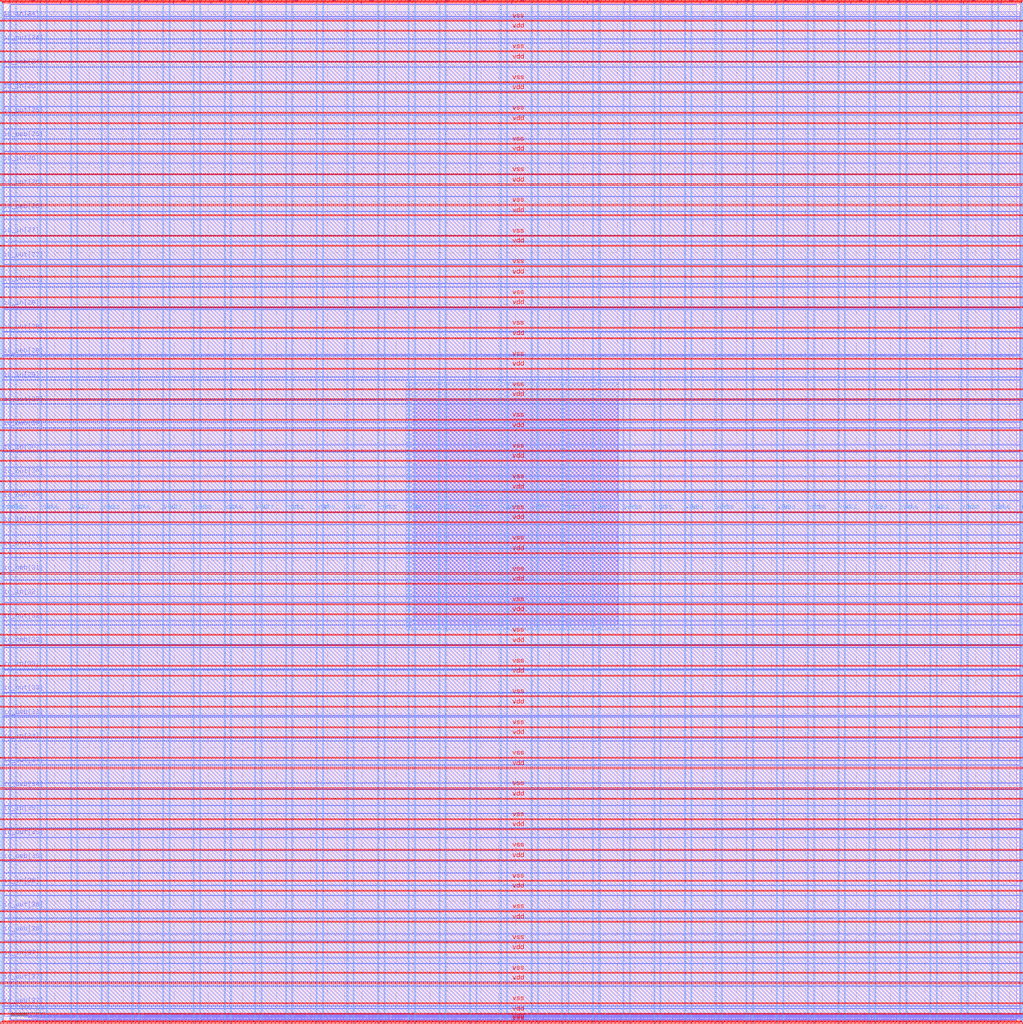
<source format=lef>
VERSION 5.7 ;
  NOWIREEXTENSIONATPIN ON ;
  DIVIDERCHAR "/" ;
  BUSBITCHARS "[]" ;
MACRO user_project_wrapper
  CLASS BLOCK ;
  FOREIGN user_project_wrapper ;
  ORIGIN 0.000 0.000 ;
  SIZE 2980.200 BY 2980.200 ;
  PIN io_in[0]
    DIRECTION INPUT ;
    USE SIGNAL ;
    PORT
      LAYER Metal3 ;
        RECT 2977.800 35.560 2985.000 36.680 ;
    END
  END io_in[0]
  PIN io_in[10]
    DIRECTION INPUT ;
    USE SIGNAL ;
    PORT
      LAYER Metal3 ;
        RECT 2977.800 2017.960 2985.000 2019.080 ;
    END
  END io_in[10]
  PIN io_in[11]
    DIRECTION INPUT ;
    USE SIGNAL ;
    PORT
      LAYER Metal3 ;
        RECT 2977.800 2216.200 2985.000 2217.320 ;
    END
  END io_in[11]
  PIN io_in[12]
    DIRECTION INPUT ;
    USE SIGNAL ;
    PORT
      LAYER Metal3 ;
        RECT 2977.800 2414.440 2985.000 2415.560 ;
    END
  END io_in[12]
  PIN io_in[13]
    DIRECTION INPUT ;
    USE SIGNAL ;
    PORT
      LAYER Metal3 ;
        RECT 2977.800 2612.680 2985.000 2613.800 ;
    END
  END io_in[13]
  PIN io_in[14]
    DIRECTION INPUT ;
    USE SIGNAL ;
    PORT
      LAYER Metal3 ;
        RECT 2977.800 2810.920 2985.000 2812.040 ;
    END
  END io_in[14]
  PIN io_in[15]
    DIRECTION INPUT ;
    USE SIGNAL ;
    PORT
      LAYER Metal2 ;
        RECT 2923.480 2977.800 2924.600 2985.000 ;
    END
  END io_in[15]
  PIN io_in[16]
    DIRECTION INPUT ;
    USE SIGNAL ;
    PORT
      LAYER Metal2 ;
        RECT 2592.520 2977.800 2593.640 2985.000 ;
    END
  END io_in[16]
  PIN io_in[17]
    DIRECTION INPUT ;
    USE SIGNAL ;
    PORT
      LAYER Metal2 ;
        RECT 2261.560 2977.800 2262.680 2985.000 ;
    END
  END io_in[17]
  PIN io_in[18]
    DIRECTION INPUT ;
    USE SIGNAL ;
    PORT
      LAYER Metal2 ;
        RECT 1930.600 2977.800 1931.720 2985.000 ;
    END
  END io_in[18]
  PIN io_in[19]
    DIRECTION INPUT ;
    USE SIGNAL ;
    PORT
      LAYER Metal2 ;
        RECT 1599.640 2977.800 1600.760 2985.000 ;
    END
  END io_in[19]
  PIN io_in[1]
    DIRECTION INPUT ;
    USE SIGNAL ;
    PORT
      LAYER Metal3 ;
        RECT 2977.800 233.800 2985.000 234.920 ;
    END
  END io_in[1]
  PIN io_in[20]
    DIRECTION INPUT ;
    USE SIGNAL ;
    PORT
      LAYER Metal2 ;
        RECT 1268.680 2977.800 1269.800 2985.000 ;
    END
  END io_in[20]
  PIN io_in[21]
    DIRECTION INPUT ;
    USE SIGNAL ;
    PORT
      LAYER Metal2 ;
        RECT 937.720 2977.800 938.840 2985.000 ;
    END
  END io_in[21]
  PIN io_in[22]
    DIRECTION INPUT ;
    USE SIGNAL ;
    PORT
      LAYER Metal2 ;
        RECT 606.760 2977.800 607.880 2985.000 ;
    END
  END io_in[22]
  PIN io_in[23]
    DIRECTION INPUT ;
    USE SIGNAL ;
    PORT
      LAYER Metal2 ;
        RECT 275.800 2977.800 276.920 2985.000 ;
    END
  END io_in[23]
  PIN io_in[24]
    DIRECTION INPUT ;
    USE SIGNAL ;
    PORT
      LAYER Metal3 ;
        RECT -4.800 2935.800 2.400 2936.920 ;
    END
  END io_in[24]
  PIN io_in[25]
    DIRECTION INPUT ;
    USE SIGNAL ;
    PORT
      LAYER Metal3 ;
        RECT -4.800 2724.120 2.400 2725.240 ;
    END
  END io_in[25]
  PIN io_in[26]
    DIRECTION INPUT ;
    USE SIGNAL ;
    PORT
      LAYER Metal3 ;
        RECT -4.800 2512.440 2.400 2513.560 ;
    END
  END io_in[26]
  PIN io_in[27]
    DIRECTION INPUT ;
    USE SIGNAL ;
    PORT
      LAYER Metal3 ;
        RECT -4.800 2300.760 2.400 2301.880 ;
    END
  END io_in[27]
  PIN io_in[28]
    DIRECTION INPUT ;
    USE SIGNAL ;
    PORT
      LAYER Metal3 ;
        RECT -4.800 2089.080 2.400 2090.200 ;
    END
  END io_in[28]
  PIN io_in[29]
    DIRECTION INPUT ;
    USE SIGNAL ;
    PORT
      LAYER Metal3 ;
        RECT -4.800 1877.400 2.400 1878.520 ;
    END
  END io_in[29]
  PIN io_in[2]
    DIRECTION INPUT ;
    USE SIGNAL ;
    PORT
      LAYER Metal3 ;
        RECT 2977.800 432.040 2985.000 433.160 ;
    END
  END io_in[2]
  PIN io_in[30]
    DIRECTION INPUT ;
    USE SIGNAL ;
    PORT
      LAYER Metal3 ;
        RECT -4.800 1665.720 2.400 1666.840 ;
    END
  END io_in[30]
  PIN io_in[31]
    DIRECTION INPUT ;
    USE SIGNAL ;
    PORT
      LAYER Metal3 ;
        RECT -4.800 1454.040 2.400 1455.160 ;
    END
  END io_in[31]
  PIN io_in[32]
    DIRECTION INPUT ;
    USE SIGNAL ;
    PORT
      LAYER Metal3 ;
        RECT -4.800 1242.360 2.400 1243.480 ;
    END
  END io_in[32]
  PIN io_in[33]
    DIRECTION INPUT ;
    USE SIGNAL ;
    PORT
      LAYER Metal3 ;
        RECT -4.800 1030.680 2.400 1031.800 ;
    END
  END io_in[33]
  PIN io_in[34]
    DIRECTION INPUT ;
    USE SIGNAL ;
    PORT
      LAYER Metal3 ;
        RECT -4.800 819.000 2.400 820.120 ;
    END
  END io_in[34]
  PIN io_in[35]
    DIRECTION INPUT ;
    USE SIGNAL ;
    PORT
      LAYER Metal3 ;
        RECT -4.800 607.320 2.400 608.440 ;
    END
  END io_in[35]
  PIN io_in[36]
    DIRECTION INPUT ;
    USE SIGNAL ;
    PORT
      LAYER Metal3 ;
        RECT -4.800 395.640 2.400 396.760 ;
    END
  END io_in[36]
  PIN io_in[37]
    DIRECTION INPUT ;
    USE SIGNAL ;
    PORT
      LAYER Metal3 ;
        RECT -4.800 183.960 2.400 185.080 ;
    END
  END io_in[37]
  PIN io_in[3]
    DIRECTION INPUT ;
    USE SIGNAL ;
    PORT
      LAYER Metal3 ;
        RECT 2977.800 630.280 2985.000 631.400 ;
    END
  END io_in[3]
  PIN io_in[4]
    DIRECTION INPUT ;
    USE SIGNAL ;
    PORT
      LAYER Metal3 ;
        RECT 2977.800 828.520 2985.000 829.640 ;
    END
  END io_in[4]
  PIN io_in[5]
    DIRECTION INPUT ;
    USE SIGNAL ;
    PORT
      LAYER Metal3 ;
        RECT 2977.800 1026.760 2985.000 1027.880 ;
    END
  END io_in[5]
  PIN io_in[6]
    DIRECTION INPUT ;
    USE SIGNAL ;
    PORT
      LAYER Metal3 ;
        RECT 2977.800 1225.000 2985.000 1226.120 ;
    END
  END io_in[6]
  PIN io_in[7]
    DIRECTION INPUT ;
    USE SIGNAL ;
    PORT
      LAYER Metal3 ;
        RECT 2977.800 1423.240 2985.000 1424.360 ;
    END
  END io_in[7]
  PIN io_in[8]
    DIRECTION INPUT ;
    USE SIGNAL ;
    PORT
      LAYER Metal3 ;
        RECT 2977.800 1621.480 2985.000 1622.600 ;
    END
  END io_in[8]
  PIN io_in[9]
    DIRECTION INPUT ;
    USE SIGNAL ;
    PORT
      LAYER Metal3 ;
        RECT 2977.800 1819.720 2985.000 1820.840 ;
    END
  END io_in[9]
  PIN io_oeb[0]
    DIRECTION OUTPUT TRISTATE ;
    USE SIGNAL ;
    PORT
      LAYER Metal3 ;
        RECT 2977.800 167.720 2985.000 168.840 ;
    END
  END io_oeb[0]
  PIN io_oeb[10]
    DIRECTION OUTPUT TRISTATE ;
    USE SIGNAL ;
    PORT
      LAYER Metal3 ;
        RECT 2977.800 2150.120 2985.000 2151.240 ;
    END
  END io_oeb[10]
  PIN io_oeb[11]
    DIRECTION OUTPUT TRISTATE ;
    USE SIGNAL ;
    PORT
      LAYER Metal3 ;
        RECT 2977.800 2348.360 2985.000 2349.480 ;
    END
  END io_oeb[11]
  PIN io_oeb[12]
    DIRECTION OUTPUT TRISTATE ;
    USE SIGNAL ;
    PORT
      LAYER Metal3 ;
        RECT 2977.800 2546.600 2985.000 2547.720 ;
    END
  END io_oeb[12]
  PIN io_oeb[13]
    DIRECTION OUTPUT TRISTATE ;
    USE SIGNAL ;
    PORT
      LAYER Metal3 ;
        RECT 2977.800 2744.840 2985.000 2745.960 ;
    END
  END io_oeb[13]
  PIN io_oeb[14]
    DIRECTION OUTPUT TRISTATE ;
    USE SIGNAL ;
    PORT
      LAYER Metal3 ;
        RECT 2977.800 2943.080 2985.000 2944.200 ;
    END
  END io_oeb[14]
  PIN io_oeb[15]
    DIRECTION OUTPUT TRISTATE ;
    USE SIGNAL ;
    PORT
      LAYER Metal2 ;
        RECT 2702.840 2977.800 2703.960 2985.000 ;
    END
  END io_oeb[15]
  PIN io_oeb[16]
    DIRECTION OUTPUT TRISTATE ;
    USE SIGNAL ;
    PORT
      LAYER Metal2 ;
        RECT 2371.880 2977.800 2373.000 2985.000 ;
    END
  END io_oeb[16]
  PIN io_oeb[17]
    DIRECTION OUTPUT TRISTATE ;
    USE SIGNAL ;
    PORT
      LAYER Metal2 ;
        RECT 2040.920 2977.800 2042.040 2985.000 ;
    END
  END io_oeb[17]
  PIN io_oeb[18]
    DIRECTION OUTPUT TRISTATE ;
    USE SIGNAL ;
    PORT
      LAYER Metal2 ;
        RECT 1709.960 2977.800 1711.080 2985.000 ;
    END
  END io_oeb[18]
  PIN io_oeb[19]
    DIRECTION OUTPUT TRISTATE ;
    USE SIGNAL ;
    PORT
      LAYER Metal2 ;
        RECT 1379.000 2977.800 1380.120 2985.000 ;
    END
  END io_oeb[19]
  PIN io_oeb[1]
    DIRECTION OUTPUT TRISTATE ;
    USE SIGNAL ;
    PORT
      LAYER Metal3 ;
        RECT 2977.800 365.960 2985.000 367.080 ;
    END
  END io_oeb[1]
  PIN io_oeb[20]
    DIRECTION OUTPUT TRISTATE ;
    USE SIGNAL ;
    PORT
      LAYER Metal2 ;
        RECT 1048.040 2977.800 1049.160 2985.000 ;
    END
  END io_oeb[20]
  PIN io_oeb[21]
    DIRECTION OUTPUT TRISTATE ;
    USE SIGNAL ;
    PORT
      LAYER Metal2 ;
        RECT 717.080 2977.800 718.200 2985.000 ;
    END
  END io_oeb[21]
  PIN io_oeb[22]
    DIRECTION OUTPUT TRISTATE ;
    USE SIGNAL ;
    PORT
      LAYER Metal2 ;
        RECT 386.120 2977.800 387.240 2985.000 ;
    END
  END io_oeb[22]
  PIN io_oeb[23]
    DIRECTION OUTPUT TRISTATE ;
    USE SIGNAL ;
    PORT
      LAYER Metal2 ;
        RECT 55.160 2977.800 56.280 2985.000 ;
    END
  END io_oeb[23]
  PIN io_oeb[24]
    DIRECTION OUTPUT TRISTATE ;
    USE SIGNAL ;
    PORT
      LAYER Metal3 ;
        RECT -4.800 2794.680 2.400 2795.800 ;
    END
  END io_oeb[24]
  PIN io_oeb[25]
    DIRECTION OUTPUT TRISTATE ;
    USE SIGNAL ;
    PORT
      LAYER Metal3 ;
        RECT -4.800 2583.000 2.400 2584.120 ;
    END
  END io_oeb[25]
  PIN io_oeb[26]
    DIRECTION OUTPUT TRISTATE ;
    USE SIGNAL ;
    PORT
      LAYER Metal3 ;
        RECT -4.800 2371.320 2.400 2372.440 ;
    END
  END io_oeb[26]
  PIN io_oeb[27]
    DIRECTION OUTPUT TRISTATE ;
    USE SIGNAL ;
    PORT
      LAYER Metal3 ;
        RECT -4.800 2159.640 2.400 2160.760 ;
    END
  END io_oeb[27]
  PIN io_oeb[28]
    DIRECTION OUTPUT TRISTATE ;
    USE SIGNAL ;
    PORT
      LAYER Metal3 ;
        RECT -4.800 1947.960 2.400 1949.080 ;
    END
  END io_oeb[28]
  PIN io_oeb[29]
    DIRECTION OUTPUT TRISTATE ;
    USE SIGNAL ;
    PORT
      LAYER Metal3 ;
        RECT -4.800 1736.280 2.400 1737.400 ;
    END
  END io_oeb[29]
  PIN io_oeb[2]
    DIRECTION OUTPUT TRISTATE ;
    USE SIGNAL ;
    PORT
      LAYER Metal3 ;
        RECT 2977.800 564.200 2985.000 565.320 ;
    END
  END io_oeb[2]
  PIN io_oeb[30]
    DIRECTION OUTPUT TRISTATE ;
    USE SIGNAL ;
    PORT
      LAYER Metal3 ;
        RECT -4.800 1524.600 2.400 1525.720 ;
    END
  END io_oeb[30]
  PIN io_oeb[31]
    DIRECTION OUTPUT TRISTATE ;
    USE SIGNAL ;
    PORT
      LAYER Metal3 ;
        RECT -4.800 1312.920 2.400 1314.040 ;
    END
  END io_oeb[31]
  PIN io_oeb[32]
    DIRECTION OUTPUT TRISTATE ;
    USE SIGNAL ;
    PORT
      LAYER Metal3 ;
        RECT -4.800 1101.240 2.400 1102.360 ;
    END
  END io_oeb[32]
  PIN io_oeb[33]
    DIRECTION OUTPUT TRISTATE ;
    USE SIGNAL ;
    PORT
      LAYER Metal3 ;
        RECT -4.800 889.560 2.400 890.680 ;
    END
  END io_oeb[33]
  PIN io_oeb[34]
    DIRECTION OUTPUT TRISTATE ;
    USE SIGNAL ;
    PORT
      LAYER Metal3 ;
        RECT -4.800 677.880 2.400 679.000 ;
    END
  END io_oeb[34]
  PIN io_oeb[35]
    DIRECTION OUTPUT TRISTATE ;
    USE SIGNAL ;
    PORT
      LAYER Metal3 ;
        RECT -4.800 466.200 2.400 467.320 ;
    END
  END io_oeb[35]
  PIN io_oeb[36]
    DIRECTION OUTPUT TRISTATE ;
    USE SIGNAL ;
    PORT
      LAYER Metal3 ;
        RECT -4.800 254.520 2.400 255.640 ;
    END
  END io_oeb[36]
  PIN io_oeb[37]
    DIRECTION OUTPUT TRISTATE ;
    USE SIGNAL ;
    PORT
      LAYER Metal3 ;
        RECT -4.800 42.840 2.400 43.960 ;
    END
  END io_oeb[37]
  PIN io_oeb[3]
    DIRECTION OUTPUT TRISTATE ;
    USE SIGNAL ;
    PORT
      LAYER Metal3 ;
        RECT 2977.800 762.440 2985.000 763.560 ;
    END
  END io_oeb[3]
  PIN io_oeb[4]
    DIRECTION OUTPUT TRISTATE ;
    USE SIGNAL ;
    PORT
      LAYER Metal3 ;
        RECT 2977.800 960.680 2985.000 961.800 ;
    END
  END io_oeb[4]
  PIN io_oeb[5]
    DIRECTION OUTPUT TRISTATE ;
    USE SIGNAL ;
    PORT
      LAYER Metal3 ;
        RECT 2977.800 1158.920 2985.000 1160.040 ;
    END
  END io_oeb[5]
  PIN io_oeb[6]
    DIRECTION OUTPUT TRISTATE ;
    USE SIGNAL ;
    PORT
      LAYER Metal3 ;
        RECT 2977.800 1357.160 2985.000 1358.280 ;
    END
  END io_oeb[6]
  PIN io_oeb[7]
    DIRECTION OUTPUT TRISTATE ;
    USE SIGNAL ;
    PORT
      LAYER Metal3 ;
        RECT 2977.800 1555.400 2985.000 1556.520 ;
    END
  END io_oeb[7]
  PIN io_oeb[8]
    DIRECTION OUTPUT TRISTATE ;
    USE SIGNAL ;
    PORT
      LAYER Metal3 ;
        RECT 2977.800 1753.640 2985.000 1754.760 ;
    END
  END io_oeb[8]
  PIN io_oeb[9]
    DIRECTION OUTPUT TRISTATE ;
    USE SIGNAL ;
    PORT
      LAYER Metal3 ;
        RECT 2977.800 1951.880 2985.000 1953.000 ;
    END
  END io_oeb[9]
  PIN io_out[0]
    DIRECTION OUTPUT TRISTATE ;
    USE SIGNAL ;
    PORT
      LAYER Metal3 ;
        RECT 2977.800 101.640 2985.000 102.760 ;
    END
  END io_out[0]
  PIN io_out[10]
    DIRECTION OUTPUT TRISTATE ;
    USE SIGNAL ;
    PORT
      LAYER Metal3 ;
        RECT 2977.800 2084.040 2985.000 2085.160 ;
    END
  END io_out[10]
  PIN io_out[11]
    DIRECTION OUTPUT TRISTATE ;
    USE SIGNAL ;
    PORT
      LAYER Metal3 ;
        RECT 2977.800 2282.280 2985.000 2283.400 ;
    END
  END io_out[11]
  PIN io_out[12]
    DIRECTION OUTPUT TRISTATE ;
    USE SIGNAL ;
    PORT
      LAYER Metal3 ;
        RECT 2977.800 2480.520 2985.000 2481.640 ;
    END
  END io_out[12]
  PIN io_out[13]
    DIRECTION OUTPUT TRISTATE ;
    USE SIGNAL ;
    PORT
      LAYER Metal3 ;
        RECT 2977.800 2678.760 2985.000 2679.880 ;
    END
  END io_out[13]
  PIN io_out[14]
    DIRECTION OUTPUT TRISTATE ;
    USE SIGNAL ;
    PORT
      LAYER Metal3 ;
        RECT 2977.800 2877.000 2985.000 2878.120 ;
    END
  END io_out[14]
  PIN io_out[15]
    DIRECTION OUTPUT TRISTATE ;
    USE SIGNAL ;
    PORT
      LAYER Metal2 ;
        RECT 2813.160 2977.800 2814.280 2985.000 ;
    END
  END io_out[15]
  PIN io_out[16]
    DIRECTION OUTPUT TRISTATE ;
    USE SIGNAL ;
    PORT
      LAYER Metal2 ;
        RECT 2482.200 2977.800 2483.320 2985.000 ;
    END
  END io_out[16]
  PIN io_out[17]
    DIRECTION OUTPUT TRISTATE ;
    USE SIGNAL ;
    PORT
      LAYER Metal2 ;
        RECT 2151.240 2977.800 2152.360 2985.000 ;
    END
  END io_out[17]
  PIN io_out[18]
    DIRECTION OUTPUT TRISTATE ;
    USE SIGNAL ;
    PORT
      LAYER Metal2 ;
        RECT 1820.280 2977.800 1821.400 2985.000 ;
    END
  END io_out[18]
  PIN io_out[19]
    DIRECTION OUTPUT TRISTATE ;
    USE SIGNAL ;
    PORT
      LAYER Metal2 ;
        RECT 1489.320 2977.800 1490.440 2985.000 ;
    END
  END io_out[19]
  PIN io_out[1]
    DIRECTION OUTPUT TRISTATE ;
    USE SIGNAL ;
    PORT
      LAYER Metal3 ;
        RECT 2977.800 299.880 2985.000 301.000 ;
    END
  END io_out[1]
  PIN io_out[20]
    DIRECTION OUTPUT TRISTATE ;
    USE SIGNAL ;
    PORT
      LAYER Metal2 ;
        RECT 1158.360 2977.800 1159.480 2985.000 ;
    END
  END io_out[20]
  PIN io_out[21]
    DIRECTION OUTPUT TRISTATE ;
    USE SIGNAL ;
    PORT
      LAYER Metal2 ;
        RECT 827.400 2977.800 828.520 2985.000 ;
    END
  END io_out[21]
  PIN io_out[22]
    DIRECTION OUTPUT TRISTATE ;
    USE SIGNAL ;
    PORT
      LAYER Metal2 ;
        RECT 496.440 2977.800 497.560 2985.000 ;
    END
  END io_out[22]
  PIN io_out[23]
    DIRECTION OUTPUT TRISTATE ;
    USE SIGNAL ;
    PORT
      LAYER Metal2 ;
        RECT 165.480 2977.800 166.600 2985.000 ;
    END
  END io_out[23]
  PIN io_out[24]
    DIRECTION OUTPUT TRISTATE ;
    USE SIGNAL ;
    PORT
      LAYER Metal3 ;
        RECT -4.800 2865.240 2.400 2866.360 ;
    END
  END io_out[24]
  PIN io_out[25]
    DIRECTION OUTPUT TRISTATE ;
    USE SIGNAL ;
    PORT
      LAYER Metal3 ;
        RECT -4.800 2653.560 2.400 2654.680 ;
    END
  END io_out[25]
  PIN io_out[26]
    DIRECTION OUTPUT TRISTATE ;
    USE SIGNAL ;
    PORT
      LAYER Metal3 ;
        RECT -4.800 2441.880 2.400 2443.000 ;
    END
  END io_out[26]
  PIN io_out[27]
    DIRECTION OUTPUT TRISTATE ;
    USE SIGNAL ;
    PORT
      LAYER Metal3 ;
        RECT -4.800 2230.200 2.400 2231.320 ;
    END
  END io_out[27]
  PIN io_out[28]
    DIRECTION OUTPUT TRISTATE ;
    USE SIGNAL ;
    PORT
      LAYER Metal3 ;
        RECT -4.800 2018.520 2.400 2019.640 ;
    END
  END io_out[28]
  PIN io_out[29]
    DIRECTION OUTPUT TRISTATE ;
    USE SIGNAL ;
    PORT
      LAYER Metal3 ;
        RECT -4.800 1806.840 2.400 1807.960 ;
    END
  END io_out[29]
  PIN io_out[2]
    DIRECTION OUTPUT TRISTATE ;
    USE SIGNAL ;
    PORT
      LAYER Metal3 ;
        RECT 2977.800 498.120 2985.000 499.240 ;
    END
  END io_out[2]
  PIN io_out[30]
    DIRECTION OUTPUT TRISTATE ;
    USE SIGNAL ;
    PORT
      LAYER Metal3 ;
        RECT -4.800 1595.160 2.400 1596.280 ;
    END
  END io_out[30]
  PIN io_out[31]
    DIRECTION OUTPUT TRISTATE ;
    USE SIGNAL ;
    PORT
      LAYER Metal3 ;
        RECT -4.800 1383.480 2.400 1384.600 ;
    END
  END io_out[31]
  PIN io_out[32]
    DIRECTION OUTPUT TRISTATE ;
    USE SIGNAL ;
    PORT
      LAYER Metal3 ;
        RECT -4.800 1171.800 2.400 1172.920 ;
    END
  END io_out[32]
  PIN io_out[33]
    DIRECTION OUTPUT TRISTATE ;
    USE SIGNAL ;
    PORT
      LAYER Metal3 ;
        RECT -4.800 960.120 2.400 961.240 ;
    END
  END io_out[33]
  PIN io_out[34]
    DIRECTION OUTPUT TRISTATE ;
    USE SIGNAL ;
    PORT
      LAYER Metal3 ;
        RECT -4.800 748.440 2.400 749.560 ;
    END
  END io_out[34]
  PIN io_out[35]
    DIRECTION OUTPUT TRISTATE ;
    USE SIGNAL ;
    PORT
      LAYER Metal3 ;
        RECT -4.800 536.760 2.400 537.880 ;
    END
  END io_out[35]
  PIN io_out[36]
    DIRECTION OUTPUT TRISTATE ;
    USE SIGNAL ;
    PORT
      LAYER Metal3 ;
        RECT -4.800 325.080 2.400 326.200 ;
    END
  END io_out[36]
  PIN io_out[37]
    DIRECTION OUTPUT TRISTATE ;
    USE SIGNAL ;
    PORT
      LAYER Metal3 ;
        RECT -4.800 113.400 2.400 114.520 ;
    END
  END io_out[37]
  PIN io_out[3]
    DIRECTION OUTPUT TRISTATE ;
    USE SIGNAL ;
    PORT
      LAYER Metal3 ;
        RECT 2977.800 696.360 2985.000 697.480 ;
    END
  END io_out[3]
  PIN io_out[4]
    DIRECTION OUTPUT TRISTATE ;
    USE SIGNAL ;
    PORT
      LAYER Metal3 ;
        RECT 2977.800 894.600 2985.000 895.720 ;
    END
  END io_out[4]
  PIN io_out[5]
    DIRECTION OUTPUT TRISTATE ;
    USE SIGNAL ;
    PORT
      LAYER Metal3 ;
        RECT 2977.800 1092.840 2985.000 1093.960 ;
    END
  END io_out[5]
  PIN io_out[6]
    DIRECTION OUTPUT TRISTATE ;
    USE SIGNAL ;
    PORT
      LAYER Metal3 ;
        RECT 2977.800 1291.080 2985.000 1292.200 ;
    END
  END io_out[6]
  PIN io_out[7]
    DIRECTION OUTPUT TRISTATE ;
    USE SIGNAL ;
    PORT
      LAYER Metal3 ;
        RECT 2977.800 1489.320 2985.000 1490.440 ;
    END
  END io_out[7]
  PIN io_out[8]
    DIRECTION OUTPUT TRISTATE ;
    USE SIGNAL ;
    PORT
      LAYER Metal3 ;
        RECT 2977.800 1687.560 2985.000 1688.680 ;
    END
  END io_out[8]
  PIN io_out[9]
    DIRECTION OUTPUT TRISTATE ;
    USE SIGNAL ;
    PORT
      LAYER Metal3 ;
        RECT 2977.800 1885.800 2985.000 1886.920 ;
    END
  END io_out[9]
  PIN la_data_in[0]
    DIRECTION INPUT ;
    USE SIGNAL ;
    PORT
      LAYER Metal2 ;
        RECT 1065.960 -4.800 1067.080 2.400 ;
    END
  END la_data_in[0]
  PIN la_data_in[10]
    DIRECTION INPUT ;
    USE SIGNAL ;
    PORT
      LAYER Metal2 ;
        RECT 1351.560 -4.800 1352.680 2.400 ;
    END
  END la_data_in[10]
  PIN la_data_in[11]
    DIRECTION INPUT ;
    USE SIGNAL ;
    PORT
      LAYER Metal2 ;
        RECT 1380.120 -4.800 1381.240 2.400 ;
    END
  END la_data_in[11]
  PIN la_data_in[12]
    DIRECTION INPUT ;
    USE SIGNAL ;
    PORT
      LAYER Metal2 ;
        RECT 1408.680 -4.800 1409.800 2.400 ;
    END
  END la_data_in[12]
  PIN la_data_in[13]
    DIRECTION INPUT ;
    USE SIGNAL ;
    PORT
      LAYER Metal2 ;
        RECT 1437.240 -4.800 1438.360 2.400 ;
    END
  END la_data_in[13]
  PIN la_data_in[14]
    DIRECTION INPUT ;
    USE SIGNAL ;
    PORT
      LAYER Metal2 ;
        RECT 1465.800 -4.800 1466.920 2.400 ;
    END
  END la_data_in[14]
  PIN la_data_in[15]
    DIRECTION INPUT ;
    USE SIGNAL ;
    PORT
      LAYER Metal2 ;
        RECT 1494.360 -4.800 1495.480 2.400 ;
    END
  END la_data_in[15]
  PIN la_data_in[16]
    DIRECTION INPUT ;
    USE SIGNAL ;
    PORT
      LAYER Metal2 ;
        RECT 1522.920 -4.800 1524.040 2.400 ;
    END
  END la_data_in[16]
  PIN la_data_in[17]
    DIRECTION INPUT ;
    USE SIGNAL ;
    PORT
      LAYER Metal2 ;
        RECT 1551.480 -4.800 1552.600 2.400 ;
    END
  END la_data_in[17]
  PIN la_data_in[18]
    DIRECTION INPUT ;
    USE SIGNAL ;
    PORT
      LAYER Metal2 ;
        RECT 1580.040 -4.800 1581.160 2.400 ;
    END
  END la_data_in[18]
  PIN la_data_in[19]
    DIRECTION INPUT ;
    USE SIGNAL ;
    PORT
      LAYER Metal2 ;
        RECT 1608.600 -4.800 1609.720 2.400 ;
    END
  END la_data_in[19]
  PIN la_data_in[1]
    DIRECTION INPUT ;
    USE SIGNAL ;
    PORT
      LAYER Metal2 ;
        RECT 1094.520 -4.800 1095.640 2.400 ;
    END
  END la_data_in[1]
  PIN la_data_in[20]
    DIRECTION INPUT ;
    USE SIGNAL ;
    PORT
      LAYER Metal2 ;
        RECT 1637.160 -4.800 1638.280 2.400 ;
    END
  END la_data_in[20]
  PIN la_data_in[21]
    DIRECTION INPUT ;
    USE SIGNAL ;
    PORT
      LAYER Metal2 ;
        RECT 1665.720 -4.800 1666.840 2.400 ;
    END
  END la_data_in[21]
  PIN la_data_in[22]
    DIRECTION INPUT ;
    USE SIGNAL ;
    PORT
      LAYER Metal2 ;
        RECT 1694.280 -4.800 1695.400 2.400 ;
    END
  END la_data_in[22]
  PIN la_data_in[23]
    DIRECTION INPUT ;
    USE SIGNAL ;
    PORT
      LAYER Metal2 ;
        RECT 1722.840 -4.800 1723.960 2.400 ;
    END
  END la_data_in[23]
  PIN la_data_in[24]
    DIRECTION INPUT ;
    USE SIGNAL ;
    PORT
      LAYER Metal2 ;
        RECT 1751.400 -4.800 1752.520 2.400 ;
    END
  END la_data_in[24]
  PIN la_data_in[25]
    DIRECTION INPUT ;
    USE SIGNAL ;
    PORT
      LAYER Metal2 ;
        RECT 1779.960 -4.800 1781.080 2.400 ;
    END
  END la_data_in[25]
  PIN la_data_in[26]
    DIRECTION INPUT ;
    USE SIGNAL ;
    PORT
      LAYER Metal2 ;
        RECT 1808.520 -4.800 1809.640 2.400 ;
    END
  END la_data_in[26]
  PIN la_data_in[27]
    DIRECTION INPUT ;
    USE SIGNAL ;
    PORT
      LAYER Metal2 ;
        RECT 1837.080 -4.800 1838.200 2.400 ;
    END
  END la_data_in[27]
  PIN la_data_in[28]
    DIRECTION INPUT ;
    USE SIGNAL ;
    PORT
      LAYER Metal2 ;
        RECT 1865.640 -4.800 1866.760 2.400 ;
    END
  END la_data_in[28]
  PIN la_data_in[29]
    DIRECTION INPUT ;
    USE SIGNAL ;
    PORT
      LAYER Metal2 ;
        RECT 1894.200 -4.800 1895.320 2.400 ;
    END
  END la_data_in[29]
  PIN la_data_in[2]
    DIRECTION INPUT ;
    USE SIGNAL ;
    PORT
      LAYER Metal2 ;
        RECT 1123.080 -4.800 1124.200 2.400 ;
    END
  END la_data_in[2]
  PIN la_data_in[30]
    DIRECTION INPUT ;
    USE SIGNAL ;
    PORT
      LAYER Metal2 ;
        RECT 1922.760 -4.800 1923.880 2.400 ;
    END
  END la_data_in[30]
  PIN la_data_in[31]
    DIRECTION INPUT ;
    USE SIGNAL ;
    PORT
      LAYER Metal2 ;
        RECT 1951.320 -4.800 1952.440 2.400 ;
    END
  END la_data_in[31]
  PIN la_data_in[32]
    DIRECTION INPUT ;
    USE SIGNAL ;
    PORT
      LAYER Metal2 ;
        RECT 1979.880 -4.800 1981.000 2.400 ;
    END
  END la_data_in[32]
  PIN la_data_in[33]
    DIRECTION INPUT ;
    USE SIGNAL ;
    PORT
      LAYER Metal2 ;
        RECT 2008.440 -4.800 2009.560 2.400 ;
    END
  END la_data_in[33]
  PIN la_data_in[34]
    DIRECTION INPUT ;
    USE SIGNAL ;
    PORT
      LAYER Metal2 ;
        RECT 2037.000 -4.800 2038.120 2.400 ;
    END
  END la_data_in[34]
  PIN la_data_in[35]
    DIRECTION INPUT ;
    USE SIGNAL ;
    PORT
      LAYER Metal2 ;
        RECT 2065.560 -4.800 2066.680 2.400 ;
    END
  END la_data_in[35]
  PIN la_data_in[36]
    DIRECTION INPUT ;
    USE SIGNAL ;
    PORT
      LAYER Metal2 ;
        RECT 2094.120 -4.800 2095.240 2.400 ;
    END
  END la_data_in[36]
  PIN la_data_in[37]
    DIRECTION INPUT ;
    USE SIGNAL ;
    PORT
      LAYER Metal2 ;
        RECT 2122.680 -4.800 2123.800 2.400 ;
    END
  END la_data_in[37]
  PIN la_data_in[38]
    DIRECTION INPUT ;
    USE SIGNAL ;
    PORT
      LAYER Metal2 ;
        RECT 2151.240 -4.800 2152.360 2.400 ;
    END
  END la_data_in[38]
  PIN la_data_in[39]
    DIRECTION INPUT ;
    USE SIGNAL ;
    PORT
      LAYER Metal2 ;
        RECT 2179.800 -4.800 2180.920 2.400 ;
    END
  END la_data_in[39]
  PIN la_data_in[3]
    DIRECTION INPUT ;
    USE SIGNAL ;
    PORT
      LAYER Metal2 ;
        RECT 1151.640 -4.800 1152.760 2.400 ;
    END
  END la_data_in[3]
  PIN la_data_in[40]
    DIRECTION INPUT ;
    USE SIGNAL ;
    PORT
      LAYER Metal2 ;
        RECT 2208.360 -4.800 2209.480 2.400 ;
    END
  END la_data_in[40]
  PIN la_data_in[41]
    DIRECTION INPUT ;
    USE SIGNAL ;
    PORT
      LAYER Metal2 ;
        RECT 2236.920 -4.800 2238.040 2.400 ;
    END
  END la_data_in[41]
  PIN la_data_in[42]
    DIRECTION INPUT ;
    USE SIGNAL ;
    PORT
      LAYER Metal2 ;
        RECT 2265.480 -4.800 2266.600 2.400 ;
    END
  END la_data_in[42]
  PIN la_data_in[43]
    DIRECTION INPUT ;
    USE SIGNAL ;
    PORT
      LAYER Metal2 ;
        RECT 2294.040 -4.800 2295.160 2.400 ;
    END
  END la_data_in[43]
  PIN la_data_in[44]
    DIRECTION INPUT ;
    USE SIGNAL ;
    PORT
      LAYER Metal2 ;
        RECT 2322.600 -4.800 2323.720 2.400 ;
    END
  END la_data_in[44]
  PIN la_data_in[45]
    DIRECTION INPUT ;
    USE SIGNAL ;
    PORT
      LAYER Metal2 ;
        RECT 2351.160 -4.800 2352.280 2.400 ;
    END
  END la_data_in[45]
  PIN la_data_in[46]
    DIRECTION INPUT ;
    USE SIGNAL ;
    PORT
      LAYER Metal2 ;
        RECT 2379.720 -4.800 2380.840 2.400 ;
    END
  END la_data_in[46]
  PIN la_data_in[47]
    DIRECTION INPUT ;
    USE SIGNAL ;
    PORT
      LAYER Metal2 ;
        RECT 2408.280 -4.800 2409.400 2.400 ;
    END
  END la_data_in[47]
  PIN la_data_in[48]
    DIRECTION INPUT ;
    USE SIGNAL ;
    PORT
      LAYER Metal2 ;
        RECT 2436.840 -4.800 2437.960 2.400 ;
    END
  END la_data_in[48]
  PIN la_data_in[49]
    DIRECTION INPUT ;
    USE SIGNAL ;
    PORT
      LAYER Metal2 ;
        RECT 2465.400 -4.800 2466.520 2.400 ;
    END
  END la_data_in[49]
  PIN la_data_in[4]
    DIRECTION INPUT ;
    USE SIGNAL ;
    PORT
      LAYER Metal2 ;
        RECT 1180.200 -4.800 1181.320 2.400 ;
    END
  END la_data_in[4]
  PIN la_data_in[50]
    DIRECTION INPUT ;
    USE SIGNAL ;
    PORT
      LAYER Metal2 ;
        RECT 2493.960 -4.800 2495.080 2.400 ;
    END
  END la_data_in[50]
  PIN la_data_in[51]
    DIRECTION INPUT ;
    USE SIGNAL ;
    PORT
      LAYER Metal2 ;
        RECT 2522.520 -4.800 2523.640 2.400 ;
    END
  END la_data_in[51]
  PIN la_data_in[52]
    DIRECTION INPUT ;
    USE SIGNAL ;
    PORT
      LAYER Metal2 ;
        RECT 2551.080 -4.800 2552.200 2.400 ;
    END
  END la_data_in[52]
  PIN la_data_in[53]
    DIRECTION INPUT ;
    USE SIGNAL ;
    PORT
      LAYER Metal2 ;
        RECT 2579.640 -4.800 2580.760 2.400 ;
    END
  END la_data_in[53]
  PIN la_data_in[54]
    DIRECTION INPUT ;
    USE SIGNAL ;
    PORT
      LAYER Metal2 ;
        RECT 2608.200 -4.800 2609.320 2.400 ;
    END
  END la_data_in[54]
  PIN la_data_in[55]
    DIRECTION INPUT ;
    USE SIGNAL ;
    PORT
      LAYER Metal2 ;
        RECT 2636.760 -4.800 2637.880 2.400 ;
    END
  END la_data_in[55]
  PIN la_data_in[56]
    DIRECTION INPUT ;
    USE SIGNAL ;
    PORT
      LAYER Metal2 ;
        RECT 2665.320 -4.800 2666.440 2.400 ;
    END
  END la_data_in[56]
  PIN la_data_in[57]
    DIRECTION INPUT ;
    USE SIGNAL ;
    PORT
      LAYER Metal2 ;
        RECT 2693.880 -4.800 2695.000 2.400 ;
    END
  END la_data_in[57]
  PIN la_data_in[58]
    DIRECTION INPUT ;
    USE SIGNAL ;
    PORT
      LAYER Metal2 ;
        RECT 2722.440 -4.800 2723.560 2.400 ;
    END
  END la_data_in[58]
  PIN la_data_in[59]
    DIRECTION INPUT ;
    USE SIGNAL ;
    PORT
      LAYER Metal2 ;
        RECT 2751.000 -4.800 2752.120 2.400 ;
    END
  END la_data_in[59]
  PIN la_data_in[5]
    DIRECTION INPUT ;
    USE SIGNAL ;
    PORT
      LAYER Metal2 ;
        RECT 1208.760 -4.800 1209.880 2.400 ;
    END
  END la_data_in[5]
  PIN la_data_in[60]
    DIRECTION INPUT ;
    USE SIGNAL ;
    PORT
      LAYER Metal2 ;
        RECT 2779.560 -4.800 2780.680 2.400 ;
    END
  END la_data_in[60]
  PIN la_data_in[61]
    DIRECTION INPUT ;
    USE SIGNAL ;
    PORT
      LAYER Metal2 ;
        RECT 2808.120 -4.800 2809.240 2.400 ;
    END
  END la_data_in[61]
  PIN la_data_in[62]
    DIRECTION INPUT ;
    USE SIGNAL ;
    PORT
      LAYER Metal2 ;
        RECT 2836.680 -4.800 2837.800 2.400 ;
    END
  END la_data_in[62]
  PIN la_data_in[63]
    DIRECTION INPUT ;
    USE SIGNAL ;
    PORT
      LAYER Metal2 ;
        RECT 2865.240 -4.800 2866.360 2.400 ;
    END
  END la_data_in[63]
  PIN la_data_in[6]
    DIRECTION INPUT ;
    USE SIGNAL ;
    PORT
      LAYER Metal2 ;
        RECT 1237.320 -4.800 1238.440 2.400 ;
    END
  END la_data_in[6]
  PIN la_data_in[7]
    DIRECTION INPUT ;
    USE SIGNAL ;
    PORT
      LAYER Metal2 ;
        RECT 1265.880 -4.800 1267.000 2.400 ;
    END
  END la_data_in[7]
  PIN la_data_in[8]
    DIRECTION INPUT ;
    USE SIGNAL ;
    PORT
      LAYER Metal2 ;
        RECT 1294.440 -4.800 1295.560 2.400 ;
    END
  END la_data_in[8]
  PIN la_data_in[9]
    DIRECTION INPUT ;
    USE SIGNAL ;
    PORT
      LAYER Metal2 ;
        RECT 1323.000 -4.800 1324.120 2.400 ;
    END
  END la_data_in[9]
  PIN la_data_out[0]
    DIRECTION OUTPUT TRISTATE ;
    USE SIGNAL ;
    PORT
      LAYER Metal2 ;
        RECT 1075.480 -4.800 1076.600 2.400 ;
    END
  END la_data_out[0]
  PIN la_data_out[10]
    DIRECTION OUTPUT TRISTATE ;
    USE SIGNAL ;
    PORT
      LAYER Metal2 ;
        RECT 1361.080 -4.800 1362.200 2.400 ;
    END
  END la_data_out[10]
  PIN la_data_out[11]
    DIRECTION OUTPUT TRISTATE ;
    USE SIGNAL ;
    PORT
      LAYER Metal2 ;
        RECT 1389.640 -4.800 1390.760 2.400 ;
    END
  END la_data_out[11]
  PIN la_data_out[12]
    DIRECTION OUTPUT TRISTATE ;
    USE SIGNAL ;
    PORT
      LAYER Metal2 ;
        RECT 1418.200 -4.800 1419.320 2.400 ;
    END
  END la_data_out[12]
  PIN la_data_out[13]
    DIRECTION OUTPUT TRISTATE ;
    USE SIGNAL ;
    PORT
      LAYER Metal2 ;
        RECT 1446.760 -4.800 1447.880 2.400 ;
    END
  END la_data_out[13]
  PIN la_data_out[14]
    DIRECTION OUTPUT TRISTATE ;
    USE SIGNAL ;
    PORT
      LAYER Metal2 ;
        RECT 1475.320 -4.800 1476.440 2.400 ;
    END
  END la_data_out[14]
  PIN la_data_out[15]
    DIRECTION OUTPUT TRISTATE ;
    USE SIGNAL ;
    PORT
      LAYER Metal2 ;
        RECT 1503.880 -4.800 1505.000 2.400 ;
    END
  END la_data_out[15]
  PIN la_data_out[16]
    DIRECTION OUTPUT TRISTATE ;
    USE SIGNAL ;
    PORT
      LAYER Metal2 ;
        RECT 1532.440 -4.800 1533.560 2.400 ;
    END
  END la_data_out[16]
  PIN la_data_out[17]
    DIRECTION OUTPUT TRISTATE ;
    USE SIGNAL ;
    PORT
      LAYER Metal2 ;
        RECT 1561.000 -4.800 1562.120 2.400 ;
    END
  END la_data_out[17]
  PIN la_data_out[18]
    DIRECTION OUTPUT TRISTATE ;
    USE SIGNAL ;
    PORT
      LAYER Metal2 ;
        RECT 1589.560 -4.800 1590.680 2.400 ;
    END
  END la_data_out[18]
  PIN la_data_out[19]
    DIRECTION OUTPUT TRISTATE ;
    USE SIGNAL ;
    PORT
      LAYER Metal2 ;
        RECT 1618.120 -4.800 1619.240 2.400 ;
    END
  END la_data_out[19]
  PIN la_data_out[1]
    DIRECTION OUTPUT TRISTATE ;
    USE SIGNAL ;
    PORT
      LAYER Metal2 ;
        RECT 1104.040 -4.800 1105.160 2.400 ;
    END
  END la_data_out[1]
  PIN la_data_out[20]
    DIRECTION OUTPUT TRISTATE ;
    USE SIGNAL ;
    PORT
      LAYER Metal2 ;
        RECT 1646.680 -4.800 1647.800 2.400 ;
    END
  END la_data_out[20]
  PIN la_data_out[21]
    DIRECTION OUTPUT TRISTATE ;
    USE SIGNAL ;
    PORT
      LAYER Metal2 ;
        RECT 1675.240 -4.800 1676.360 2.400 ;
    END
  END la_data_out[21]
  PIN la_data_out[22]
    DIRECTION OUTPUT TRISTATE ;
    USE SIGNAL ;
    PORT
      LAYER Metal2 ;
        RECT 1703.800 -4.800 1704.920 2.400 ;
    END
  END la_data_out[22]
  PIN la_data_out[23]
    DIRECTION OUTPUT TRISTATE ;
    USE SIGNAL ;
    PORT
      LAYER Metal2 ;
        RECT 1732.360 -4.800 1733.480 2.400 ;
    END
  END la_data_out[23]
  PIN la_data_out[24]
    DIRECTION OUTPUT TRISTATE ;
    USE SIGNAL ;
    PORT
      LAYER Metal2 ;
        RECT 1760.920 -4.800 1762.040 2.400 ;
    END
  END la_data_out[24]
  PIN la_data_out[25]
    DIRECTION OUTPUT TRISTATE ;
    USE SIGNAL ;
    PORT
      LAYER Metal2 ;
        RECT 1789.480 -4.800 1790.600 2.400 ;
    END
  END la_data_out[25]
  PIN la_data_out[26]
    DIRECTION OUTPUT TRISTATE ;
    USE SIGNAL ;
    PORT
      LAYER Metal2 ;
        RECT 1818.040 -4.800 1819.160 2.400 ;
    END
  END la_data_out[26]
  PIN la_data_out[27]
    DIRECTION OUTPUT TRISTATE ;
    USE SIGNAL ;
    PORT
      LAYER Metal2 ;
        RECT 1846.600 -4.800 1847.720 2.400 ;
    END
  END la_data_out[27]
  PIN la_data_out[28]
    DIRECTION OUTPUT TRISTATE ;
    USE SIGNAL ;
    PORT
      LAYER Metal2 ;
        RECT 1875.160 -4.800 1876.280 2.400 ;
    END
  END la_data_out[28]
  PIN la_data_out[29]
    DIRECTION OUTPUT TRISTATE ;
    USE SIGNAL ;
    PORT
      LAYER Metal2 ;
        RECT 1903.720 -4.800 1904.840 2.400 ;
    END
  END la_data_out[29]
  PIN la_data_out[2]
    DIRECTION OUTPUT TRISTATE ;
    USE SIGNAL ;
    PORT
      LAYER Metal2 ;
        RECT 1132.600 -4.800 1133.720 2.400 ;
    END
  END la_data_out[2]
  PIN la_data_out[30]
    DIRECTION OUTPUT TRISTATE ;
    USE SIGNAL ;
    PORT
      LAYER Metal2 ;
        RECT 1932.280 -4.800 1933.400 2.400 ;
    END
  END la_data_out[30]
  PIN la_data_out[31]
    DIRECTION OUTPUT TRISTATE ;
    USE SIGNAL ;
    PORT
      LAYER Metal2 ;
        RECT 1960.840 -4.800 1961.960 2.400 ;
    END
  END la_data_out[31]
  PIN la_data_out[32]
    DIRECTION OUTPUT TRISTATE ;
    USE SIGNAL ;
    PORT
      LAYER Metal2 ;
        RECT 1989.400 -4.800 1990.520 2.400 ;
    END
  END la_data_out[32]
  PIN la_data_out[33]
    DIRECTION OUTPUT TRISTATE ;
    USE SIGNAL ;
    PORT
      LAYER Metal2 ;
        RECT 2017.960 -4.800 2019.080 2.400 ;
    END
  END la_data_out[33]
  PIN la_data_out[34]
    DIRECTION OUTPUT TRISTATE ;
    USE SIGNAL ;
    PORT
      LAYER Metal2 ;
        RECT 2046.520 -4.800 2047.640 2.400 ;
    END
  END la_data_out[34]
  PIN la_data_out[35]
    DIRECTION OUTPUT TRISTATE ;
    USE SIGNAL ;
    PORT
      LAYER Metal2 ;
        RECT 2075.080 -4.800 2076.200 2.400 ;
    END
  END la_data_out[35]
  PIN la_data_out[36]
    DIRECTION OUTPUT TRISTATE ;
    USE SIGNAL ;
    PORT
      LAYER Metal2 ;
        RECT 2103.640 -4.800 2104.760 2.400 ;
    END
  END la_data_out[36]
  PIN la_data_out[37]
    DIRECTION OUTPUT TRISTATE ;
    USE SIGNAL ;
    PORT
      LAYER Metal2 ;
        RECT 2132.200 -4.800 2133.320 2.400 ;
    END
  END la_data_out[37]
  PIN la_data_out[38]
    DIRECTION OUTPUT TRISTATE ;
    USE SIGNAL ;
    PORT
      LAYER Metal2 ;
        RECT 2160.760 -4.800 2161.880 2.400 ;
    END
  END la_data_out[38]
  PIN la_data_out[39]
    DIRECTION OUTPUT TRISTATE ;
    USE SIGNAL ;
    PORT
      LAYER Metal2 ;
        RECT 2189.320 -4.800 2190.440 2.400 ;
    END
  END la_data_out[39]
  PIN la_data_out[3]
    DIRECTION OUTPUT TRISTATE ;
    USE SIGNAL ;
    PORT
      LAYER Metal2 ;
        RECT 1161.160 -4.800 1162.280 2.400 ;
    END
  END la_data_out[3]
  PIN la_data_out[40]
    DIRECTION OUTPUT TRISTATE ;
    USE SIGNAL ;
    PORT
      LAYER Metal2 ;
        RECT 2217.880 -4.800 2219.000 2.400 ;
    END
  END la_data_out[40]
  PIN la_data_out[41]
    DIRECTION OUTPUT TRISTATE ;
    USE SIGNAL ;
    PORT
      LAYER Metal2 ;
        RECT 2246.440 -4.800 2247.560 2.400 ;
    END
  END la_data_out[41]
  PIN la_data_out[42]
    DIRECTION OUTPUT TRISTATE ;
    USE SIGNAL ;
    PORT
      LAYER Metal2 ;
        RECT 2275.000 -4.800 2276.120 2.400 ;
    END
  END la_data_out[42]
  PIN la_data_out[43]
    DIRECTION OUTPUT TRISTATE ;
    USE SIGNAL ;
    PORT
      LAYER Metal2 ;
        RECT 2303.560 -4.800 2304.680 2.400 ;
    END
  END la_data_out[43]
  PIN la_data_out[44]
    DIRECTION OUTPUT TRISTATE ;
    USE SIGNAL ;
    PORT
      LAYER Metal2 ;
        RECT 2332.120 -4.800 2333.240 2.400 ;
    END
  END la_data_out[44]
  PIN la_data_out[45]
    DIRECTION OUTPUT TRISTATE ;
    USE SIGNAL ;
    PORT
      LAYER Metal2 ;
        RECT 2360.680 -4.800 2361.800 2.400 ;
    END
  END la_data_out[45]
  PIN la_data_out[46]
    DIRECTION OUTPUT TRISTATE ;
    USE SIGNAL ;
    PORT
      LAYER Metal2 ;
        RECT 2389.240 -4.800 2390.360 2.400 ;
    END
  END la_data_out[46]
  PIN la_data_out[47]
    DIRECTION OUTPUT TRISTATE ;
    USE SIGNAL ;
    PORT
      LAYER Metal2 ;
        RECT 2417.800 -4.800 2418.920 2.400 ;
    END
  END la_data_out[47]
  PIN la_data_out[48]
    DIRECTION OUTPUT TRISTATE ;
    USE SIGNAL ;
    PORT
      LAYER Metal2 ;
        RECT 2446.360 -4.800 2447.480 2.400 ;
    END
  END la_data_out[48]
  PIN la_data_out[49]
    DIRECTION OUTPUT TRISTATE ;
    USE SIGNAL ;
    PORT
      LAYER Metal2 ;
        RECT 2474.920 -4.800 2476.040 2.400 ;
    END
  END la_data_out[49]
  PIN la_data_out[4]
    DIRECTION OUTPUT TRISTATE ;
    USE SIGNAL ;
    PORT
      LAYER Metal2 ;
        RECT 1189.720 -4.800 1190.840 2.400 ;
    END
  END la_data_out[4]
  PIN la_data_out[50]
    DIRECTION OUTPUT TRISTATE ;
    USE SIGNAL ;
    PORT
      LAYER Metal2 ;
        RECT 2503.480 -4.800 2504.600 2.400 ;
    END
  END la_data_out[50]
  PIN la_data_out[51]
    DIRECTION OUTPUT TRISTATE ;
    USE SIGNAL ;
    PORT
      LAYER Metal2 ;
        RECT 2532.040 -4.800 2533.160 2.400 ;
    END
  END la_data_out[51]
  PIN la_data_out[52]
    DIRECTION OUTPUT TRISTATE ;
    USE SIGNAL ;
    PORT
      LAYER Metal2 ;
        RECT 2560.600 -4.800 2561.720 2.400 ;
    END
  END la_data_out[52]
  PIN la_data_out[53]
    DIRECTION OUTPUT TRISTATE ;
    USE SIGNAL ;
    PORT
      LAYER Metal2 ;
        RECT 2589.160 -4.800 2590.280 2.400 ;
    END
  END la_data_out[53]
  PIN la_data_out[54]
    DIRECTION OUTPUT TRISTATE ;
    USE SIGNAL ;
    PORT
      LAYER Metal2 ;
        RECT 2617.720 -4.800 2618.840 2.400 ;
    END
  END la_data_out[54]
  PIN la_data_out[55]
    DIRECTION OUTPUT TRISTATE ;
    USE SIGNAL ;
    PORT
      LAYER Metal2 ;
        RECT 2646.280 -4.800 2647.400 2.400 ;
    END
  END la_data_out[55]
  PIN la_data_out[56]
    DIRECTION OUTPUT TRISTATE ;
    USE SIGNAL ;
    PORT
      LAYER Metal2 ;
        RECT 2674.840 -4.800 2675.960 2.400 ;
    END
  END la_data_out[56]
  PIN la_data_out[57]
    DIRECTION OUTPUT TRISTATE ;
    USE SIGNAL ;
    PORT
      LAYER Metal2 ;
        RECT 2703.400 -4.800 2704.520 2.400 ;
    END
  END la_data_out[57]
  PIN la_data_out[58]
    DIRECTION OUTPUT TRISTATE ;
    USE SIGNAL ;
    PORT
      LAYER Metal2 ;
        RECT 2731.960 -4.800 2733.080 2.400 ;
    END
  END la_data_out[58]
  PIN la_data_out[59]
    DIRECTION OUTPUT TRISTATE ;
    USE SIGNAL ;
    PORT
      LAYER Metal2 ;
        RECT 2760.520 -4.800 2761.640 2.400 ;
    END
  END la_data_out[59]
  PIN la_data_out[5]
    DIRECTION OUTPUT TRISTATE ;
    USE SIGNAL ;
    PORT
      LAYER Metal2 ;
        RECT 1218.280 -4.800 1219.400 2.400 ;
    END
  END la_data_out[5]
  PIN la_data_out[60]
    DIRECTION OUTPUT TRISTATE ;
    USE SIGNAL ;
    PORT
      LAYER Metal2 ;
        RECT 2789.080 -4.800 2790.200 2.400 ;
    END
  END la_data_out[60]
  PIN la_data_out[61]
    DIRECTION OUTPUT TRISTATE ;
    USE SIGNAL ;
    PORT
      LAYER Metal2 ;
        RECT 2817.640 -4.800 2818.760 2.400 ;
    END
  END la_data_out[61]
  PIN la_data_out[62]
    DIRECTION OUTPUT TRISTATE ;
    USE SIGNAL ;
    PORT
      LAYER Metal2 ;
        RECT 2846.200 -4.800 2847.320 2.400 ;
    END
  END la_data_out[62]
  PIN la_data_out[63]
    DIRECTION OUTPUT TRISTATE ;
    USE SIGNAL ;
    PORT
      LAYER Metal2 ;
        RECT 2874.760 -4.800 2875.880 2.400 ;
    END
  END la_data_out[63]
  PIN la_data_out[6]
    DIRECTION OUTPUT TRISTATE ;
    USE SIGNAL ;
    PORT
      LAYER Metal2 ;
        RECT 1246.840 -4.800 1247.960 2.400 ;
    END
  END la_data_out[6]
  PIN la_data_out[7]
    DIRECTION OUTPUT TRISTATE ;
    USE SIGNAL ;
    PORT
      LAYER Metal2 ;
        RECT 1275.400 -4.800 1276.520 2.400 ;
    END
  END la_data_out[7]
  PIN la_data_out[8]
    DIRECTION OUTPUT TRISTATE ;
    USE SIGNAL ;
    PORT
      LAYER Metal2 ;
        RECT 1303.960 -4.800 1305.080 2.400 ;
    END
  END la_data_out[8]
  PIN la_data_out[9]
    DIRECTION OUTPUT TRISTATE ;
    USE SIGNAL ;
    PORT
      LAYER Metal2 ;
        RECT 1332.520 -4.800 1333.640 2.400 ;
    END
  END la_data_out[9]
  PIN la_oenb[0]
    DIRECTION INPUT ;
    USE SIGNAL ;
    PORT
      LAYER Metal2 ;
        RECT 1085.000 -4.800 1086.120 2.400 ;
    END
  END la_oenb[0]
  PIN la_oenb[10]
    DIRECTION INPUT ;
    USE SIGNAL ;
    PORT
      LAYER Metal2 ;
        RECT 1370.600 -4.800 1371.720 2.400 ;
    END
  END la_oenb[10]
  PIN la_oenb[11]
    DIRECTION INPUT ;
    USE SIGNAL ;
    PORT
      LAYER Metal2 ;
        RECT 1399.160 -4.800 1400.280 2.400 ;
    END
  END la_oenb[11]
  PIN la_oenb[12]
    DIRECTION INPUT ;
    USE SIGNAL ;
    PORT
      LAYER Metal2 ;
        RECT 1427.720 -4.800 1428.840 2.400 ;
    END
  END la_oenb[12]
  PIN la_oenb[13]
    DIRECTION INPUT ;
    USE SIGNAL ;
    PORT
      LAYER Metal2 ;
        RECT 1456.280 -4.800 1457.400 2.400 ;
    END
  END la_oenb[13]
  PIN la_oenb[14]
    DIRECTION INPUT ;
    USE SIGNAL ;
    PORT
      LAYER Metal2 ;
        RECT 1484.840 -4.800 1485.960 2.400 ;
    END
  END la_oenb[14]
  PIN la_oenb[15]
    DIRECTION INPUT ;
    USE SIGNAL ;
    PORT
      LAYER Metal2 ;
        RECT 1513.400 -4.800 1514.520 2.400 ;
    END
  END la_oenb[15]
  PIN la_oenb[16]
    DIRECTION INPUT ;
    USE SIGNAL ;
    PORT
      LAYER Metal2 ;
        RECT 1541.960 -4.800 1543.080 2.400 ;
    END
  END la_oenb[16]
  PIN la_oenb[17]
    DIRECTION INPUT ;
    USE SIGNAL ;
    PORT
      LAYER Metal2 ;
        RECT 1570.520 -4.800 1571.640 2.400 ;
    END
  END la_oenb[17]
  PIN la_oenb[18]
    DIRECTION INPUT ;
    USE SIGNAL ;
    PORT
      LAYER Metal2 ;
        RECT 1599.080 -4.800 1600.200 2.400 ;
    END
  END la_oenb[18]
  PIN la_oenb[19]
    DIRECTION INPUT ;
    USE SIGNAL ;
    PORT
      LAYER Metal2 ;
        RECT 1627.640 -4.800 1628.760 2.400 ;
    END
  END la_oenb[19]
  PIN la_oenb[1]
    DIRECTION INPUT ;
    USE SIGNAL ;
    PORT
      LAYER Metal2 ;
        RECT 1113.560 -4.800 1114.680 2.400 ;
    END
  END la_oenb[1]
  PIN la_oenb[20]
    DIRECTION INPUT ;
    USE SIGNAL ;
    PORT
      LAYER Metal2 ;
        RECT 1656.200 -4.800 1657.320 2.400 ;
    END
  END la_oenb[20]
  PIN la_oenb[21]
    DIRECTION INPUT ;
    USE SIGNAL ;
    PORT
      LAYER Metal2 ;
        RECT 1684.760 -4.800 1685.880 2.400 ;
    END
  END la_oenb[21]
  PIN la_oenb[22]
    DIRECTION INPUT ;
    USE SIGNAL ;
    PORT
      LAYER Metal2 ;
        RECT 1713.320 -4.800 1714.440 2.400 ;
    END
  END la_oenb[22]
  PIN la_oenb[23]
    DIRECTION INPUT ;
    USE SIGNAL ;
    PORT
      LAYER Metal2 ;
        RECT 1741.880 -4.800 1743.000 2.400 ;
    END
  END la_oenb[23]
  PIN la_oenb[24]
    DIRECTION INPUT ;
    USE SIGNAL ;
    PORT
      LAYER Metal2 ;
        RECT 1770.440 -4.800 1771.560 2.400 ;
    END
  END la_oenb[24]
  PIN la_oenb[25]
    DIRECTION INPUT ;
    USE SIGNAL ;
    PORT
      LAYER Metal2 ;
        RECT 1799.000 -4.800 1800.120 2.400 ;
    END
  END la_oenb[25]
  PIN la_oenb[26]
    DIRECTION INPUT ;
    USE SIGNAL ;
    PORT
      LAYER Metal2 ;
        RECT 1827.560 -4.800 1828.680 2.400 ;
    END
  END la_oenb[26]
  PIN la_oenb[27]
    DIRECTION INPUT ;
    USE SIGNAL ;
    PORT
      LAYER Metal2 ;
        RECT 1856.120 -4.800 1857.240 2.400 ;
    END
  END la_oenb[27]
  PIN la_oenb[28]
    DIRECTION INPUT ;
    USE SIGNAL ;
    PORT
      LAYER Metal2 ;
        RECT 1884.680 -4.800 1885.800 2.400 ;
    END
  END la_oenb[28]
  PIN la_oenb[29]
    DIRECTION INPUT ;
    USE SIGNAL ;
    PORT
      LAYER Metal2 ;
        RECT 1913.240 -4.800 1914.360 2.400 ;
    END
  END la_oenb[29]
  PIN la_oenb[2]
    DIRECTION INPUT ;
    USE SIGNAL ;
    PORT
      LAYER Metal2 ;
        RECT 1142.120 -4.800 1143.240 2.400 ;
    END
  END la_oenb[2]
  PIN la_oenb[30]
    DIRECTION INPUT ;
    USE SIGNAL ;
    PORT
      LAYER Metal2 ;
        RECT 1941.800 -4.800 1942.920 2.400 ;
    END
  END la_oenb[30]
  PIN la_oenb[31]
    DIRECTION INPUT ;
    USE SIGNAL ;
    PORT
      LAYER Metal2 ;
        RECT 1970.360 -4.800 1971.480 2.400 ;
    END
  END la_oenb[31]
  PIN la_oenb[32]
    DIRECTION INPUT ;
    USE SIGNAL ;
    PORT
      LAYER Metal2 ;
        RECT 1998.920 -4.800 2000.040 2.400 ;
    END
  END la_oenb[32]
  PIN la_oenb[33]
    DIRECTION INPUT ;
    USE SIGNAL ;
    PORT
      LAYER Metal2 ;
        RECT 2027.480 -4.800 2028.600 2.400 ;
    END
  END la_oenb[33]
  PIN la_oenb[34]
    DIRECTION INPUT ;
    USE SIGNAL ;
    PORT
      LAYER Metal2 ;
        RECT 2056.040 -4.800 2057.160 2.400 ;
    END
  END la_oenb[34]
  PIN la_oenb[35]
    DIRECTION INPUT ;
    USE SIGNAL ;
    PORT
      LAYER Metal2 ;
        RECT 2084.600 -4.800 2085.720 2.400 ;
    END
  END la_oenb[35]
  PIN la_oenb[36]
    DIRECTION INPUT ;
    USE SIGNAL ;
    PORT
      LAYER Metal2 ;
        RECT 2113.160 -4.800 2114.280 2.400 ;
    END
  END la_oenb[36]
  PIN la_oenb[37]
    DIRECTION INPUT ;
    USE SIGNAL ;
    PORT
      LAYER Metal2 ;
        RECT 2141.720 -4.800 2142.840 2.400 ;
    END
  END la_oenb[37]
  PIN la_oenb[38]
    DIRECTION INPUT ;
    USE SIGNAL ;
    PORT
      LAYER Metal2 ;
        RECT 2170.280 -4.800 2171.400 2.400 ;
    END
  END la_oenb[38]
  PIN la_oenb[39]
    DIRECTION INPUT ;
    USE SIGNAL ;
    PORT
      LAYER Metal2 ;
        RECT 2198.840 -4.800 2199.960 2.400 ;
    END
  END la_oenb[39]
  PIN la_oenb[3]
    DIRECTION INPUT ;
    USE SIGNAL ;
    PORT
      LAYER Metal2 ;
        RECT 1170.680 -4.800 1171.800 2.400 ;
    END
  END la_oenb[3]
  PIN la_oenb[40]
    DIRECTION INPUT ;
    USE SIGNAL ;
    PORT
      LAYER Metal2 ;
        RECT 2227.400 -4.800 2228.520 2.400 ;
    END
  END la_oenb[40]
  PIN la_oenb[41]
    DIRECTION INPUT ;
    USE SIGNAL ;
    PORT
      LAYER Metal2 ;
        RECT 2255.960 -4.800 2257.080 2.400 ;
    END
  END la_oenb[41]
  PIN la_oenb[42]
    DIRECTION INPUT ;
    USE SIGNAL ;
    PORT
      LAYER Metal2 ;
        RECT 2284.520 -4.800 2285.640 2.400 ;
    END
  END la_oenb[42]
  PIN la_oenb[43]
    DIRECTION INPUT ;
    USE SIGNAL ;
    PORT
      LAYER Metal2 ;
        RECT 2313.080 -4.800 2314.200 2.400 ;
    END
  END la_oenb[43]
  PIN la_oenb[44]
    DIRECTION INPUT ;
    USE SIGNAL ;
    PORT
      LAYER Metal2 ;
        RECT 2341.640 -4.800 2342.760 2.400 ;
    END
  END la_oenb[44]
  PIN la_oenb[45]
    DIRECTION INPUT ;
    USE SIGNAL ;
    PORT
      LAYER Metal2 ;
        RECT 2370.200 -4.800 2371.320 2.400 ;
    END
  END la_oenb[45]
  PIN la_oenb[46]
    DIRECTION INPUT ;
    USE SIGNAL ;
    PORT
      LAYER Metal2 ;
        RECT 2398.760 -4.800 2399.880 2.400 ;
    END
  END la_oenb[46]
  PIN la_oenb[47]
    DIRECTION INPUT ;
    USE SIGNAL ;
    PORT
      LAYER Metal2 ;
        RECT 2427.320 -4.800 2428.440 2.400 ;
    END
  END la_oenb[47]
  PIN la_oenb[48]
    DIRECTION INPUT ;
    USE SIGNAL ;
    PORT
      LAYER Metal2 ;
        RECT 2455.880 -4.800 2457.000 2.400 ;
    END
  END la_oenb[48]
  PIN la_oenb[49]
    DIRECTION INPUT ;
    USE SIGNAL ;
    PORT
      LAYER Metal2 ;
        RECT 2484.440 -4.800 2485.560 2.400 ;
    END
  END la_oenb[49]
  PIN la_oenb[4]
    DIRECTION INPUT ;
    USE SIGNAL ;
    PORT
      LAYER Metal2 ;
        RECT 1199.240 -4.800 1200.360 2.400 ;
    END
  END la_oenb[4]
  PIN la_oenb[50]
    DIRECTION INPUT ;
    USE SIGNAL ;
    PORT
      LAYER Metal2 ;
        RECT 2513.000 -4.800 2514.120 2.400 ;
    END
  END la_oenb[50]
  PIN la_oenb[51]
    DIRECTION INPUT ;
    USE SIGNAL ;
    PORT
      LAYER Metal2 ;
        RECT 2541.560 -4.800 2542.680 2.400 ;
    END
  END la_oenb[51]
  PIN la_oenb[52]
    DIRECTION INPUT ;
    USE SIGNAL ;
    PORT
      LAYER Metal2 ;
        RECT 2570.120 -4.800 2571.240 2.400 ;
    END
  END la_oenb[52]
  PIN la_oenb[53]
    DIRECTION INPUT ;
    USE SIGNAL ;
    PORT
      LAYER Metal2 ;
        RECT 2598.680 -4.800 2599.800 2.400 ;
    END
  END la_oenb[53]
  PIN la_oenb[54]
    DIRECTION INPUT ;
    USE SIGNAL ;
    PORT
      LAYER Metal2 ;
        RECT 2627.240 -4.800 2628.360 2.400 ;
    END
  END la_oenb[54]
  PIN la_oenb[55]
    DIRECTION INPUT ;
    USE SIGNAL ;
    PORT
      LAYER Metal2 ;
        RECT 2655.800 -4.800 2656.920 2.400 ;
    END
  END la_oenb[55]
  PIN la_oenb[56]
    DIRECTION INPUT ;
    USE SIGNAL ;
    PORT
      LAYER Metal2 ;
        RECT 2684.360 -4.800 2685.480 2.400 ;
    END
  END la_oenb[56]
  PIN la_oenb[57]
    DIRECTION INPUT ;
    USE SIGNAL ;
    PORT
      LAYER Metal2 ;
        RECT 2712.920 -4.800 2714.040 2.400 ;
    END
  END la_oenb[57]
  PIN la_oenb[58]
    DIRECTION INPUT ;
    USE SIGNAL ;
    PORT
      LAYER Metal2 ;
        RECT 2741.480 -4.800 2742.600 2.400 ;
    END
  END la_oenb[58]
  PIN la_oenb[59]
    DIRECTION INPUT ;
    USE SIGNAL ;
    PORT
      LAYER Metal2 ;
        RECT 2770.040 -4.800 2771.160 2.400 ;
    END
  END la_oenb[59]
  PIN la_oenb[5]
    DIRECTION INPUT ;
    USE SIGNAL ;
    PORT
      LAYER Metal2 ;
        RECT 1227.800 -4.800 1228.920 2.400 ;
    END
  END la_oenb[5]
  PIN la_oenb[60]
    DIRECTION INPUT ;
    USE SIGNAL ;
    PORT
      LAYER Metal2 ;
        RECT 2798.600 -4.800 2799.720 2.400 ;
    END
  END la_oenb[60]
  PIN la_oenb[61]
    DIRECTION INPUT ;
    USE SIGNAL ;
    PORT
      LAYER Metal2 ;
        RECT 2827.160 -4.800 2828.280 2.400 ;
    END
  END la_oenb[61]
  PIN la_oenb[62]
    DIRECTION INPUT ;
    USE SIGNAL ;
    PORT
      LAYER Metal2 ;
        RECT 2855.720 -4.800 2856.840 2.400 ;
    END
  END la_oenb[62]
  PIN la_oenb[63]
    DIRECTION INPUT ;
    USE SIGNAL ;
    PORT
      LAYER Metal2 ;
        RECT 2884.280 -4.800 2885.400 2.400 ;
    END
  END la_oenb[63]
  PIN la_oenb[6]
    DIRECTION INPUT ;
    USE SIGNAL ;
    PORT
      LAYER Metal2 ;
        RECT 1256.360 -4.800 1257.480 2.400 ;
    END
  END la_oenb[6]
  PIN la_oenb[7]
    DIRECTION INPUT ;
    USE SIGNAL ;
    PORT
      LAYER Metal2 ;
        RECT 1284.920 -4.800 1286.040 2.400 ;
    END
  END la_oenb[7]
  PIN la_oenb[8]
    DIRECTION INPUT ;
    USE SIGNAL ;
    PORT
      LAYER Metal2 ;
        RECT 1313.480 -4.800 1314.600 2.400 ;
    END
  END la_oenb[8]
  PIN la_oenb[9]
    DIRECTION INPUT ;
    USE SIGNAL ;
    PORT
      LAYER Metal2 ;
        RECT 1342.040 -4.800 1343.160 2.400 ;
    END
  END la_oenb[9]
  PIN user_clock2
    DIRECTION INPUT ;
    USE SIGNAL ;
    PORT
      LAYER Metal2 ;
        RECT 2893.800 -4.800 2894.920 2.400 ;
    END
  END user_clock2
  PIN user_irq[0]
    DIRECTION OUTPUT TRISTATE ;
    USE SIGNAL ;
    PORT
      LAYER Metal2 ;
        RECT 2903.320 -4.800 2904.440 2.400 ;
    END
  END user_irq[0]
  PIN user_irq[1]
    DIRECTION OUTPUT TRISTATE ;
    USE SIGNAL ;
    PORT
      LAYER Metal2 ;
        RECT 2912.840 -4.800 2913.960 2.400 ;
    END
  END user_irq[1]
  PIN user_irq[2]
    DIRECTION OUTPUT TRISTATE ;
    USE SIGNAL ;
    PORT
      LAYER Metal2 ;
        RECT 2922.360 -4.800 2923.480 2.400 ;
    END
  END user_irq[2]
  PIN vdd
    DIRECTION INOUT ;
    USE POWER ;
    PORT
      LAYER Metal4 ;
        RECT -4.780 -3.420 -1.680 2986.540 ;
    END
    PORT
      LAYER Metal5 ;
        RECT -4.780 -3.420 2985.100 -0.320 ;
    END
    PORT
      LAYER Metal5 ;
        RECT -4.780 2983.440 2985.100 2986.540 ;
    END
    PORT
      LAYER Metal4 ;
        RECT 2982.000 -3.420 2985.100 2986.540 ;
    END
    PORT
      LAYER Metal4 ;
        RECT 15.770 -8.220 18.870 2991.340 ;
    END
    PORT
      LAYER Metal4 ;
        RECT 105.770 -8.220 108.870 2991.340 ;
    END
    PORT
      LAYER Metal4 ;
        RECT 195.770 -8.220 198.870 2991.340 ;
    END
    PORT
      LAYER Metal4 ;
        RECT 285.770 -8.220 288.870 2991.340 ;
    END
    PORT
      LAYER Metal4 ;
        RECT 375.770 -8.220 378.870 2991.340 ;
    END
    PORT
      LAYER Metal4 ;
        RECT 465.770 -8.220 468.870 2991.340 ;
    END
    PORT
      LAYER Metal4 ;
        RECT 555.770 -8.220 558.870 2991.340 ;
    END
    PORT
      LAYER Metal4 ;
        RECT 645.770 -8.220 648.870 2991.340 ;
    END
    PORT
      LAYER Metal4 ;
        RECT 735.770 -8.220 738.870 2991.340 ;
    END
    PORT
      LAYER Metal4 ;
        RECT 825.770 -8.220 828.870 2991.340 ;
    END
    PORT
      LAYER Metal4 ;
        RECT 915.770 -8.220 918.870 2991.340 ;
    END
    PORT
      LAYER Metal4 ;
        RECT 1005.770 -8.220 1008.870 2991.340 ;
    END
    PORT
      LAYER Metal4 ;
        RECT 1095.770 -8.220 1098.870 2991.340 ;
    END
    PORT
      LAYER Metal4 ;
        RECT 1185.770 -8.220 1188.870 2991.340 ;
    END
    PORT
      LAYER Metal4 ;
        RECT 1275.770 -8.220 1278.870 2991.340 ;
    END
    PORT
      LAYER Metal4 ;
        RECT 1365.770 -8.220 1368.870 2991.340 ;
    END
    PORT
      LAYER Metal4 ;
        RECT 1455.770 -8.220 1458.870 2991.340 ;
    END
    PORT
      LAYER Metal4 ;
        RECT 1545.770 -8.220 1548.870 2991.340 ;
    END
    PORT
      LAYER Metal4 ;
        RECT 1635.770 -8.220 1638.870 2991.340 ;
    END
    PORT
      LAYER Metal4 ;
        RECT 1725.770 -8.220 1728.870 2991.340 ;
    END
    PORT
      LAYER Metal4 ;
        RECT 1815.770 -8.220 1818.870 2991.340 ;
    END
    PORT
      LAYER Metal4 ;
        RECT 1905.770 -8.220 1908.870 2991.340 ;
    END
    PORT
      LAYER Metal4 ;
        RECT 1995.770 -8.220 1998.870 2991.340 ;
    END
    PORT
      LAYER Metal4 ;
        RECT 2085.770 -8.220 2088.870 2991.340 ;
    END
    PORT
      LAYER Metal4 ;
        RECT 2175.770 -8.220 2178.870 2991.340 ;
    END
    PORT
      LAYER Metal4 ;
        RECT 2265.770 -8.220 2268.870 2991.340 ;
    END
    PORT
      LAYER Metal4 ;
        RECT 2355.770 -8.220 2358.870 2991.340 ;
    END
    PORT
      LAYER Metal4 ;
        RECT 2445.770 -8.220 2448.870 2991.340 ;
    END
    PORT
      LAYER Metal4 ;
        RECT 2535.770 -8.220 2538.870 2991.340 ;
    END
    PORT
      LAYER Metal4 ;
        RECT 2625.770 -8.220 2628.870 2991.340 ;
    END
    PORT
      LAYER Metal4 ;
        RECT 2715.770 -8.220 2718.870 2991.340 ;
    END
    PORT
      LAYER Metal4 ;
        RECT 2805.770 -8.220 2808.870 2991.340 ;
    END
    PORT
      LAYER Metal4 ;
        RECT 2895.770 -8.220 2898.870 2991.340 ;
    END
    PORT
      LAYER Metal5 ;
        RECT -9.580 19.130 2989.900 22.230 ;
    END
    PORT
      LAYER Metal5 ;
        RECT -9.580 109.130 2989.900 112.230 ;
    END
    PORT
      LAYER Metal5 ;
        RECT -9.580 199.130 2989.900 202.230 ;
    END
    PORT
      LAYER Metal5 ;
        RECT -9.580 289.130 2989.900 292.230 ;
    END
    PORT
      LAYER Metal5 ;
        RECT -9.580 379.130 2989.900 382.230 ;
    END
    PORT
      LAYER Metal5 ;
        RECT -9.580 469.130 2989.900 472.230 ;
    END
    PORT
      LAYER Metal5 ;
        RECT -9.580 559.130 2989.900 562.230 ;
    END
    PORT
      LAYER Metal5 ;
        RECT -9.580 649.130 2989.900 652.230 ;
    END
    PORT
      LAYER Metal5 ;
        RECT -9.580 739.130 2989.900 742.230 ;
    END
    PORT
      LAYER Metal5 ;
        RECT -9.580 829.130 2989.900 832.230 ;
    END
    PORT
      LAYER Metal5 ;
        RECT -9.580 919.130 2989.900 922.230 ;
    END
    PORT
      LAYER Metal5 ;
        RECT -9.580 1009.130 2989.900 1012.230 ;
    END
    PORT
      LAYER Metal5 ;
        RECT -9.580 1099.130 2989.900 1102.230 ;
    END
    PORT
      LAYER Metal5 ;
        RECT -9.580 1189.130 2989.900 1192.230 ;
    END
    PORT
      LAYER Metal5 ;
        RECT -9.580 1279.130 2989.900 1282.230 ;
    END
    PORT
      LAYER Metal5 ;
        RECT -9.580 1369.130 2989.900 1372.230 ;
    END
    PORT
      LAYER Metal5 ;
        RECT -9.580 1459.130 2989.900 1462.230 ;
    END
    PORT
      LAYER Metal5 ;
        RECT -9.580 1549.130 2989.900 1552.230 ;
    END
    PORT
      LAYER Metal5 ;
        RECT -9.580 1639.130 2989.900 1642.230 ;
    END
    PORT
      LAYER Metal5 ;
        RECT -9.580 1729.130 2989.900 1732.230 ;
    END
    PORT
      LAYER Metal5 ;
        RECT -9.580 1819.130 2989.900 1822.230 ;
    END
    PORT
      LAYER Metal5 ;
        RECT -9.580 1909.130 2989.900 1912.230 ;
    END
    PORT
      LAYER Metal5 ;
        RECT -9.580 1999.130 2989.900 2002.230 ;
    END
    PORT
      LAYER Metal5 ;
        RECT -9.580 2089.130 2989.900 2092.230 ;
    END
    PORT
      LAYER Metal5 ;
        RECT -9.580 2179.130 2989.900 2182.230 ;
    END
    PORT
      LAYER Metal5 ;
        RECT -9.580 2269.130 2989.900 2272.230 ;
    END
    PORT
      LAYER Metal5 ;
        RECT -9.580 2359.130 2989.900 2362.230 ;
    END
    PORT
      LAYER Metal5 ;
        RECT -9.580 2449.130 2989.900 2452.230 ;
    END
    PORT
      LAYER Metal5 ;
        RECT -9.580 2539.130 2989.900 2542.230 ;
    END
    PORT
      LAYER Metal5 ;
        RECT -9.580 2629.130 2989.900 2632.230 ;
    END
    PORT
      LAYER Metal5 ;
        RECT -9.580 2719.130 2989.900 2722.230 ;
    END
    PORT
      LAYER Metal5 ;
        RECT -9.580 2809.130 2989.900 2812.230 ;
    END
    PORT
      LAYER Metal5 ;
        RECT -9.580 2899.130 2989.900 2902.230 ;
    END
  END vdd
  PIN vss
    DIRECTION INOUT ;
    USE GROUND ;
    PORT
      LAYER Metal4 ;
        RECT -9.580 -8.220 -6.480 2991.340 ;
    END
    PORT
      LAYER Metal5 ;
        RECT -9.580 -8.220 2989.900 -5.120 ;
    END
    PORT
      LAYER Metal5 ;
        RECT -9.580 2988.240 2989.900 2991.340 ;
    END
    PORT
      LAYER Metal4 ;
        RECT 2986.800 -8.220 2989.900 2991.340 ;
    END
    PORT
      LAYER Metal4 ;
        RECT 34.370 -8.220 37.470 2991.340 ;
    END
    PORT
      LAYER Metal4 ;
        RECT 124.370 -8.220 127.470 2991.340 ;
    END
    PORT
      LAYER Metal4 ;
        RECT 214.370 -8.220 217.470 2991.340 ;
    END
    PORT
      LAYER Metal4 ;
        RECT 304.370 -8.220 307.470 2991.340 ;
    END
    PORT
      LAYER Metal4 ;
        RECT 394.370 -8.220 397.470 2991.340 ;
    END
    PORT
      LAYER Metal4 ;
        RECT 484.370 -8.220 487.470 2991.340 ;
    END
    PORT
      LAYER Metal4 ;
        RECT 574.370 -8.220 577.470 2991.340 ;
    END
    PORT
      LAYER Metal4 ;
        RECT 664.370 -8.220 667.470 2991.340 ;
    END
    PORT
      LAYER Metal4 ;
        RECT 754.370 -8.220 757.470 2991.340 ;
    END
    PORT
      LAYER Metal4 ;
        RECT 844.370 -8.220 847.470 2991.340 ;
    END
    PORT
      LAYER Metal4 ;
        RECT 934.370 -8.220 937.470 2991.340 ;
    END
    PORT
      LAYER Metal4 ;
        RECT 1024.370 -8.220 1027.470 2991.340 ;
    END
    PORT
      LAYER Metal4 ;
        RECT 1114.370 -8.220 1117.470 2991.340 ;
    END
    PORT
      LAYER Metal4 ;
        RECT 1204.370 -8.220 1207.470 2991.340 ;
    END
    PORT
      LAYER Metal4 ;
        RECT 1294.370 -8.220 1297.470 2991.340 ;
    END
    PORT
      LAYER Metal4 ;
        RECT 1384.370 -8.220 1387.470 2991.340 ;
    END
    PORT
      LAYER Metal4 ;
        RECT 1474.370 -8.220 1477.470 2991.340 ;
    END
    PORT
      LAYER Metal4 ;
        RECT 1564.370 -8.220 1567.470 2991.340 ;
    END
    PORT
      LAYER Metal4 ;
        RECT 1654.370 -8.220 1657.470 2991.340 ;
    END
    PORT
      LAYER Metal4 ;
        RECT 1744.370 -8.220 1747.470 2991.340 ;
    END
    PORT
      LAYER Metal4 ;
        RECT 1834.370 -8.220 1837.470 2991.340 ;
    END
    PORT
      LAYER Metal4 ;
        RECT 1924.370 -8.220 1927.470 2991.340 ;
    END
    PORT
      LAYER Metal4 ;
        RECT 2014.370 -8.220 2017.470 2991.340 ;
    END
    PORT
      LAYER Metal4 ;
        RECT 2104.370 -8.220 2107.470 2991.340 ;
    END
    PORT
      LAYER Metal4 ;
        RECT 2194.370 -8.220 2197.470 2991.340 ;
    END
    PORT
      LAYER Metal4 ;
        RECT 2284.370 -8.220 2287.470 2991.340 ;
    END
    PORT
      LAYER Metal4 ;
        RECT 2374.370 -8.220 2377.470 2991.340 ;
    END
    PORT
      LAYER Metal4 ;
        RECT 2464.370 -8.220 2467.470 2991.340 ;
    END
    PORT
      LAYER Metal4 ;
        RECT 2554.370 -8.220 2557.470 2991.340 ;
    END
    PORT
      LAYER Metal4 ;
        RECT 2644.370 -8.220 2647.470 2991.340 ;
    END
    PORT
      LAYER Metal4 ;
        RECT 2734.370 -8.220 2737.470 2991.340 ;
    END
    PORT
      LAYER Metal4 ;
        RECT 2824.370 -8.220 2827.470 2991.340 ;
    END
    PORT
      LAYER Metal4 ;
        RECT 2914.370 -8.220 2917.470 2991.340 ;
    END
    PORT
      LAYER Metal5 ;
        RECT -9.580 49.130 2989.900 52.230 ;
    END
    PORT
      LAYER Metal5 ;
        RECT -9.580 139.130 2989.900 142.230 ;
    END
    PORT
      LAYER Metal5 ;
        RECT -9.580 229.130 2989.900 232.230 ;
    END
    PORT
      LAYER Metal5 ;
        RECT -9.580 319.130 2989.900 322.230 ;
    END
    PORT
      LAYER Metal5 ;
        RECT -9.580 409.130 2989.900 412.230 ;
    END
    PORT
      LAYER Metal5 ;
        RECT -9.580 499.130 2989.900 502.230 ;
    END
    PORT
      LAYER Metal5 ;
        RECT -9.580 589.130 2989.900 592.230 ;
    END
    PORT
      LAYER Metal5 ;
        RECT -9.580 679.130 2989.900 682.230 ;
    END
    PORT
      LAYER Metal5 ;
        RECT -9.580 769.130 2989.900 772.230 ;
    END
    PORT
      LAYER Metal5 ;
        RECT -9.580 859.130 2989.900 862.230 ;
    END
    PORT
      LAYER Metal5 ;
        RECT -9.580 949.130 2989.900 952.230 ;
    END
    PORT
      LAYER Metal5 ;
        RECT -9.580 1039.130 2989.900 1042.230 ;
    END
    PORT
      LAYER Metal5 ;
        RECT -9.580 1129.130 2989.900 1132.230 ;
    END
    PORT
      LAYER Metal5 ;
        RECT -9.580 1219.130 2989.900 1222.230 ;
    END
    PORT
      LAYER Metal5 ;
        RECT -9.580 1309.130 2989.900 1312.230 ;
    END
    PORT
      LAYER Metal5 ;
        RECT -9.580 1399.130 2989.900 1402.230 ;
    END
    PORT
      LAYER Metal5 ;
        RECT -9.580 1489.130 2989.900 1492.230 ;
    END
    PORT
      LAYER Metal5 ;
        RECT -9.580 1579.130 2989.900 1582.230 ;
    END
    PORT
      LAYER Metal5 ;
        RECT -9.580 1669.130 2989.900 1672.230 ;
    END
    PORT
      LAYER Metal5 ;
        RECT -9.580 1759.130 2989.900 1762.230 ;
    END
    PORT
      LAYER Metal5 ;
        RECT -9.580 1849.130 2989.900 1852.230 ;
    END
    PORT
      LAYER Metal5 ;
        RECT -9.580 1939.130 2989.900 1942.230 ;
    END
    PORT
      LAYER Metal5 ;
        RECT -9.580 2029.130 2989.900 2032.230 ;
    END
    PORT
      LAYER Metal5 ;
        RECT -9.580 2119.130 2989.900 2122.230 ;
    END
    PORT
      LAYER Metal5 ;
        RECT -9.580 2209.130 2989.900 2212.230 ;
    END
    PORT
      LAYER Metal5 ;
        RECT -9.580 2299.130 2989.900 2302.230 ;
    END
    PORT
      LAYER Metal5 ;
        RECT -9.580 2389.130 2989.900 2392.230 ;
    END
    PORT
      LAYER Metal5 ;
        RECT -9.580 2479.130 2989.900 2482.230 ;
    END
    PORT
      LAYER Metal5 ;
        RECT -9.580 2569.130 2989.900 2572.230 ;
    END
    PORT
      LAYER Metal5 ;
        RECT -9.580 2659.130 2989.900 2662.230 ;
    END
    PORT
      LAYER Metal5 ;
        RECT -9.580 2749.130 2989.900 2752.230 ;
    END
    PORT
      LAYER Metal5 ;
        RECT -9.580 2839.130 2989.900 2842.230 ;
    END
    PORT
      LAYER Metal5 ;
        RECT -9.580 2929.130 2989.900 2932.230 ;
    END
  END vss
  PIN wb_clk_i
    DIRECTION INPUT ;
    USE SIGNAL ;
    PORT
      LAYER Metal2 ;
        RECT 56.840 -4.800 57.960 2.400 ;
    END
  END wb_clk_i
  PIN wb_rst_i
    DIRECTION INPUT ;
    USE SIGNAL ;
    PORT
      LAYER Metal2 ;
        RECT 66.360 -4.800 67.480 2.400 ;
    END
  END wb_rst_i
  PIN wbs_ack_o
    DIRECTION OUTPUT TRISTATE ;
    USE SIGNAL ;
    PORT
      LAYER Metal2 ;
        RECT 75.880 -4.800 77.000 2.400 ;
    END
  END wbs_ack_o
  PIN wbs_adr_i[0]
    DIRECTION INPUT ;
    USE SIGNAL ;
    PORT
      LAYER Metal2 ;
        RECT 113.960 -4.800 115.080 2.400 ;
    END
  END wbs_adr_i[0]
  PIN wbs_adr_i[10]
    DIRECTION INPUT ;
    USE SIGNAL ;
    PORT
      LAYER Metal2 ;
        RECT 437.640 -4.800 438.760 2.400 ;
    END
  END wbs_adr_i[10]
  PIN wbs_adr_i[11]
    DIRECTION INPUT ;
    USE SIGNAL ;
    PORT
      LAYER Metal2 ;
        RECT 466.200 -4.800 467.320 2.400 ;
    END
  END wbs_adr_i[11]
  PIN wbs_adr_i[12]
    DIRECTION INPUT ;
    USE SIGNAL ;
    PORT
      LAYER Metal2 ;
        RECT 494.760 -4.800 495.880 2.400 ;
    END
  END wbs_adr_i[12]
  PIN wbs_adr_i[13]
    DIRECTION INPUT ;
    USE SIGNAL ;
    PORT
      LAYER Metal2 ;
        RECT 523.320 -4.800 524.440 2.400 ;
    END
  END wbs_adr_i[13]
  PIN wbs_adr_i[14]
    DIRECTION INPUT ;
    USE SIGNAL ;
    PORT
      LAYER Metal2 ;
        RECT 551.880 -4.800 553.000 2.400 ;
    END
  END wbs_adr_i[14]
  PIN wbs_adr_i[15]
    DIRECTION INPUT ;
    USE SIGNAL ;
    PORT
      LAYER Metal2 ;
        RECT 580.440 -4.800 581.560 2.400 ;
    END
  END wbs_adr_i[15]
  PIN wbs_adr_i[16]
    DIRECTION INPUT ;
    USE SIGNAL ;
    PORT
      LAYER Metal2 ;
        RECT 609.000 -4.800 610.120 2.400 ;
    END
  END wbs_adr_i[16]
  PIN wbs_adr_i[17]
    DIRECTION INPUT ;
    USE SIGNAL ;
    PORT
      LAYER Metal2 ;
        RECT 637.560 -4.800 638.680 2.400 ;
    END
  END wbs_adr_i[17]
  PIN wbs_adr_i[18]
    DIRECTION INPUT ;
    USE SIGNAL ;
    PORT
      LAYER Metal2 ;
        RECT 666.120 -4.800 667.240 2.400 ;
    END
  END wbs_adr_i[18]
  PIN wbs_adr_i[19]
    DIRECTION INPUT ;
    USE SIGNAL ;
    PORT
      LAYER Metal2 ;
        RECT 694.680 -4.800 695.800 2.400 ;
    END
  END wbs_adr_i[19]
  PIN wbs_adr_i[1]
    DIRECTION INPUT ;
    USE SIGNAL ;
    PORT
      LAYER Metal2 ;
        RECT 152.040 -4.800 153.160 2.400 ;
    END
  END wbs_adr_i[1]
  PIN wbs_adr_i[20]
    DIRECTION INPUT ;
    USE SIGNAL ;
    PORT
      LAYER Metal2 ;
        RECT 723.240 -4.800 724.360 2.400 ;
    END
  END wbs_adr_i[20]
  PIN wbs_adr_i[21]
    DIRECTION INPUT ;
    USE SIGNAL ;
    PORT
      LAYER Metal2 ;
        RECT 751.800 -4.800 752.920 2.400 ;
    END
  END wbs_adr_i[21]
  PIN wbs_adr_i[22]
    DIRECTION INPUT ;
    USE SIGNAL ;
    PORT
      LAYER Metal2 ;
        RECT 780.360 -4.800 781.480 2.400 ;
    END
  END wbs_adr_i[22]
  PIN wbs_adr_i[23]
    DIRECTION INPUT ;
    USE SIGNAL ;
    PORT
      LAYER Metal2 ;
        RECT 808.920 -4.800 810.040 2.400 ;
    END
  END wbs_adr_i[23]
  PIN wbs_adr_i[24]
    DIRECTION INPUT ;
    USE SIGNAL ;
    PORT
      LAYER Metal2 ;
        RECT 837.480 -4.800 838.600 2.400 ;
    END
  END wbs_adr_i[24]
  PIN wbs_adr_i[25]
    DIRECTION INPUT ;
    USE SIGNAL ;
    PORT
      LAYER Metal2 ;
        RECT 866.040 -4.800 867.160 2.400 ;
    END
  END wbs_adr_i[25]
  PIN wbs_adr_i[26]
    DIRECTION INPUT ;
    USE SIGNAL ;
    PORT
      LAYER Metal2 ;
        RECT 894.600 -4.800 895.720 2.400 ;
    END
  END wbs_adr_i[26]
  PIN wbs_adr_i[27]
    DIRECTION INPUT ;
    USE SIGNAL ;
    PORT
      LAYER Metal2 ;
        RECT 923.160 -4.800 924.280 2.400 ;
    END
  END wbs_adr_i[27]
  PIN wbs_adr_i[28]
    DIRECTION INPUT ;
    USE SIGNAL ;
    PORT
      LAYER Metal2 ;
        RECT 951.720 -4.800 952.840 2.400 ;
    END
  END wbs_adr_i[28]
  PIN wbs_adr_i[29]
    DIRECTION INPUT ;
    USE SIGNAL ;
    PORT
      LAYER Metal2 ;
        RECT 980.280 -4.800 981.400 2.400 ;
    END
  END wbs_adr_i[29]
  PIN wbs_adr_i[2]
    DIRECTION INPUT ;
    USE SIGNAL ;
    PORT
      LAYER Metal2 ;
        RECT 190.120 -4.800 191.240 2.400 ;
    END
  END wbs_adr_i[2]
  PIN wbs_adr_i[30]
    DIRECTION INPUT ;
    USE SIGNAL ;
    PORT
      LAYER Metal2 ;
        RECT 1008.840 -4.800 1009.960 2.400 ;
    END
  END wbs_adr_i[30]
  PIN wbs_adr_i[31]
    DIRECTION INPUT ;
    USE SIGNAL ;
    PORT
      LAYER Metal2 ;
        RECT 1037.400 -4.800 1038.520 2.400 ;
    END
  END wbs_adr_i[31]
  PIN wbs_adr_i[3]
    DIRECTION INPUT ;
    USE SIGNAL ;
    PORT
      LAYER Metal2 ;
        RECT 228.200 -4.800 229.320 2.400 ;
    END
  END wbs_adr_i[3]
  PIN wbs_adr_i[4]
    DIRECTION INPUT ;
    USE SIGNAL ;
    PORT
      LAYER Metal2 ;
        RECT 266.280 -4.800 267.400 2.400 ;
    END
  END wbs_adr_i[4]
  PIN wbs_adr_i[5]
    DIRECTION INPUT ;
    USE SIGNAL ;
    PORT
      LAYER Metal2 ;
        RECT 294.840 -4.800 295.960 2.400 ;
    END
  END wbs_adr_i[5]
  PIN wbs_adr_i[6]
    DIRECTION INPUT ;
    USE SIGNAL ;
    PORT
      LAYER Metal2 ;
        RECT 323.400 -4.800 324.520 2.400 ;
    END
  END wbs_adr_i[6]
  PIN wbs_adr_i[7]
    DIRECTION INPUT ;
    USE SIGNAL ;
    PORT
      LAYER Metal2 ;
        RECT 351.960 -4.800 353.080 2.400 ;
    END
  END wbs_adr_i[7]
  PIN wbs_adr_i[8]
    DIRECTION INPUT ;
    USE SIGNAL ;
    PORT
      LAYER Metal2 ;
        RECT 380.520 -4.800 381.640 2.400 ;
    END
  END wbs_adr_i[8]
  PIN wbs_adr_i[9]
    DIRECTION INPUT ;
    USE SIGNAL ;
    PORT
      LAYER Metal2 ;
        RECT 409.080 -4.800 410.200 2.400 ;
    END
  END wbs_adr_i[9]
  PIN wbs_cyc_i
    DIRECTION INPUT ;
    USE SIGNAL ;
    PORT
      LAYER Metal2 ;
        RECT 85.400 -4.800 86.520 2.400 ;
    END
  END wbs_cyc_i
  PIN wbs_dat_i[0]
    DIRECTION INPUT ;
    USE SIGNAL ;
    PORT
      LAYER Metal2 ;
        RECT 123.480 -4.800 124.600 2.400 ;
    END
  END wbs_dat_i[0]
  PIN wbs_dat_i[10]
    DIRECTION INPUT ;
    USE SIGNAL ;
    PORT
      LAYER Metal2 ;
        RECT 447.160 -4.800 448.280 2.400 ;
    END
  END wbs_dat_i[10]
  PIN wbs_dat_i[11]
    DIRECTION INPUT ;
    USE SIGNAL ;
    PORT
      LAYER Metal2 ;
        RECT 475.720 -4.800 476.840 2.400 ;
    END
  END wbs_dat_i[11]
  PIN wbs_dat_i[12]
    DIRECTION INPUT ;
    USE SIGNAL ;
    PORT
      LAYER Metal2 ;
        RECT 504.280 -4.800 505.400 2.400 ;
    END
  END wbs_dat_i[12]
  PIN wbs_dat_i[13]
    DIRECTION INPUT ;
    USE SIGNAL ;
    PORT
      LAYER Metal2 ;
        RECT 532.840 -4.800 533.960 2.400 ;
    END
  END wbs_dat_i[13]
  PIN wbs_dat_i[14]
    DIRECTION INPUT ;
    USE SIGNAL ;
    PORT
      LAYER Metal2 ;
        RECT 561.400 -4.800 562.520 2.400 ;
    END
  END wbs_dat_i[14]
  PIN wbs_dat_i[15]
    DIRECTION INPUT ;
    USE SIGNAL ;
    PORT
      LAYER Metal2 ;
        RECT 589.960 -4.800 591.080 2.400 ;
    END
  END wbs_dat_i[15]
  PIN wbs_dat_i[16]
    DIRECTION INPUT ;
    USE SIGNAL ;
    PORT
      LAYER Metal2 ;
        RECT 618.520 -4.800 619.640 2.400 ;
    END
  END wbs_dat_i[16]
  PIN wbs_dat_i[17]
    DIRECTION INPUT ;
    USE SIGNAL ;
    PORT
      LAYER Metal2 ;
        RECT 647.080 -4.800 648.200 2.400 ;
    END
  END wbs_dat_i[17]
  PIN wbs_dat_i[18]
    DIRECTION INPUT ;
    USE SIGNAL ;
    PORT
      LAYER Metal2 ;
        RECT 675.640 -4.800 676.760 2.400 ;
    END
  END wbs_dat_i[18]
  PIN wbs_dat_i[19]
    DIRECTION INPUT ;
    USE SIGNAL ;
    PORT
      LAYER Metal2 ;
        RECT 704.200 -4.800 705.320 2.400 ;
    END
  END wbs_dat_i[19]
  PIN wbs_dat_i[1]
    DIRECTION INPUT ;
    USE SIGNAL ;
    PORT
      LAYER Metal2 ;
        RECT 161.560 -4.800 162.680 2.400 ;
    END
  END wbs_dat_i[1]
  PIN wbs_dat_i[20]
    DIRECTION INPUT ;
    USE SIGNAL ;
    PORT
      LAYER Metal2 ;
        RECT 732.760 -4.800 733.880 2.400 ;
    END
  END wbs_dat_i[20]
  PIN wbs_dat_i[21]
    DIRECTION INPUT ;
    USE SIGNAL ;
    PORT
      LAYER Metal2 ;
        RECT 761.320 -4.800 762.440 2.400 ;
    END
  END wbs_dat_i[21]
  PIN wbs_dat_i[22]
    DIRECTION INPUT ;
    USE SIGNAL ;
    PORT
      LAYER Metal2 ;
        RECT 789.880 -4.800 791.000 2.400 ;
    END
  END wbs_dat_i[22]
  PIN wbs_dat_i[23]
    DIRECTION INPUT ;
    USE SIGNAL ;
    PORT
      LAYER Metal2 ;
        RECT 818.440 -4.800 819.560 2.400 ;
    END
  END wbs_dat_i[23]
  PIN wbs_dat_i[24]
    DIRECTION INPUT ;
    USE SIGNAL ;
    PORT
      LAYER Metal2 ;
        RECT 847.000 -4.800 848.120 2.400 ;
    END
  END wbs_dat_i[24]
  PIN wbs_dat_i[25]
    DIRECTION INPUT ;
    USE SIGNAL ;
    PORT
      LAYER Metal2 ;
        RECT 875.560 -4.800 876.680 2.400 ;
    END
  END wbs_dat_i[25]
  PIN wbs_dat_i[26]
    DIRECTION INPUT ;
    USE SIGNAL ;
    PORT
      LAYER Metal2 ;
        RECT 904.120 -4.800 905.240 2.400 ;
    END
  END wbs_dat_i[26]
  PIN wbs_dat_i[27]
    DIRECTION INPUT ;
    USE SIGNAL ;
    PORT
      LAYER Metal2 ;
        RECT 932.680 -4.800 933.800 2.400 ;
    END
  END wbs_dat_i[27]
  PIN wbs_dat_i[28]
    DIRECTION INPUT ;
    USE SIGNAL ;
    PORT
      LAYER Metal2 ;
        RECT 961.240 -4.800 962.360 2.400 ;
    END
  END wbs_dat_i[28]
  PIN wbs_dat_i[29]
    DIRECTION INPUT ;
    USE SIGNAL ;
    PORT
      LAYER Metal2 ;
        RECT 989.800 -4.800 990.920 2.400 ;
    END
  END wbs_dat_i[29]
  PIN wbs_dat_i[2]
    DIRECTION INPUT ;
    USE SIGNAL ;
    PORT
      LAYER Metal2 ;
        RECT 199.640 -4.800 200.760 2.400 ;
    END
  END wbs_dat_i[2]
  PIN wbs_dat_i[30]
    DIRECTION INPUT ;
    USE SIGNAL ;
    PORT
      LAYER Metal2 ;
        RECT 1018.360 -4.800 1019.480 2.400 ;
    END
  END wbs_dat_i[30]
  PIN wbs_dat_i[31]
    DIRECTION INPUT ;
    USE SIGNAL ;
    PORT
      LAYER Metal2 ;
        RECT 1046.920 -4.800 1048.040 2.400 ;
    END
  END wbs_dat_i[31]
  PIN wbs_dat_i[3]
    DIRECTION INPUT ;
    USE SIGNAL ;
    PORT
      LAYER Metal2 ;
        RECT 237.720 -4.800 238.840 2.400 ;
    END
  END wbs_dat_i[3]
  PIN wbs_dat_i[4]
    DIRECTION INPUT ;
    USE SIGNAL ;
    PORT
      LAYER Metal2 ;
        RECT 275.800 -4.800 276.920 2.400 ;
    END
  END wbs_dat_i[4]
  PIN wbs_dat_i[5]
    DIRECTION INPUT ;
    USE SIGNAL ;
    PORT
      LAYER Metal2 ;
        RECT 304.360 -4.800 305.480 2.400 ;
    END
  END wbs_dat_i[5]
  PIN wbs_dat_i[6]
    DIRECTION INPUT ;
    USE SIGNAL ;
    PORT
      LAYER Metal2 ;
        RECT 332.920 -4.800 334.040 2.400 ;
    END
  END wbs_dat_i[6]
  PIN wbs_dat_i[7]
    DIRECTION INPUT ;
    USE SIGNAL ;
    PORT
      LAYER Metal2 ;
        RECT 361.480 -4.800 362.600 2.400 ;
    END
  END wbs_dat_i[7]
  PIN wbs_dat_i[8]
    DIRECTION INPUT ;
    USE SIGNAL ;
    PORT
      LAYER Metal2 ;
        RECT 390.040 -4.800 391.160 2.400 ;
    END
  END wbs_dat_i[8]
  PIN wbs_dat_i[9]
    DIRECTION INPUT ;
    USE SIGNAL ;
    PORT
      LAYER Metal2 ;
        RECT 418.600 -4.800 419.720 2.400 ;
    END
  END wbs_dat_i[9]
  PIN wbs_dat_o[0]
    DIRECTION OUTPUT TRISTATE ;
    USE SIGNAL ;
    PORT
      LAYER Metal2 ;
        RECT 133.000 -4.800 134.120 2.400 ;
    END
  END wbs_dat_o[0]
  PIN wbs_dat_o[10]
    DIRECTION OUTPUT TRISTATE ;
    USE SIGNAL ;
    PORT
      LAYER Metal2 ;
        RECT 456.680 -4.800 457.800 2.400 ;
    END
  END wbs_dat_o[10]
  PIN wbs_dat_o[11]
    DIRECTION OUTPUT TRISTATE ;
    USE SIGNAL ;
    PORT
      LAYER Metal2 ;
        RECT 485.240 -4.800 486.360 2.400 ;
    END
  END wbs_dat_o[11]
  PIN wbs_dat_o[12]
    DIRECTION OUTPUT TRISTATE ;
    USE SIGNAL ;
    PORT
      LAYER Metal2 ;
        RECT 513.800 -4.800 514.920 2.400 ;
    END
  END wbs_dat_o[12]
  PIN wbs_dat_o[13]
    DIRECTION OUTPUT TRISTATE ;
    USE SIGNAL ;
    PORT
      LAYER Metal2 ;
        RECT 542.360 -4.800 543.480 2.400 ;
    END
  END wbs_dat_o[13]
  PIN wbs_dat_o[14]
    DIRECTION OUTPUT TRISTATE ;
    USE SIGNAL ;
    PORT
      LAYER Metal2 ;
        RECT 570.920 -4.800 572.040 2.400 ;
    END
  END wbs_dat_o[14]
  PIN wbs_dat_o[15]
    DIRECTION OUTPUT TRISTATE ;
    USE SIGNAL ;
    PORT
      LAYER Metal2 ;
        RECT 599.480 -4.800 600.600 2.400 ;
    END
  END wbs_dat_o[15]
  PIN wbs_dat_o[16]
    DIRECTION OUTPUT TRISTATE ;
    USE SIGNAL ;
    PORT
      LAYER Metal2 ;
        RECT 628.040 -4.800 629.160 2.400 ;
    END
  END wbs_dat_o[16]
  PIN wbs_dat_o[17]
    DIRECTION OUTPUT TRISTATE ;
    USE SIGNAL ;
    PORT
      LAYER Metal2 ;
        RECT 656.600 -4.800 657.720 2.400 ;
    END
  END wbs_dat_o[17]
  PIN wbs_dat_o[18]
    DIRECTION OUTPUT TRISTATE ;
    USE SIGNAL ;
    PORT
      LAYER Metal2 ;
        RECT 685.160 -4.800 686.280 2.400 ;
    END
  END wbs_dat_o[18]
  PIN wbs_dat_o[19]
    DIRECTION OUTPUT TRISTATE ;
    USE SIGNAL ;
    PORT
      LAYER Metal2 ;
        RECT 713.720 -4.800 714.840 2.400 ;
    END
  END wbs_dat_o[19]
  PIN wbs_dat_o[1]
    DIRECTION OUTPUT TRISTATE ;
    USE SIGNAL ;
    PORT
      LAYER Metal2 ;
        RECT 171.080 -4.800 172.200 2.400 ;
    END
  END wbs_dat_o[1]
  PIN wbs_dat_o[20]
    DIRECTION OUTPUT TRISTATE ;
    USE SIGNAL ;
    PORT
      LAYER Metal2 ;
        RECT 742.280 -4.800 743.400 2.400 ;
    END
  END wbs_dat_o[20]
  PIN wbs_dat_o[21]
    DIRECTION OUTPUT TRISTATE ;
    USE SIGNAL ;
    PORT
      LAYER Metal2 ;
        RECT 770.840 -4.800 771.960 2.400 ;
    END
  END wbs_dat_o[21]
  PIN wbs_dat_o[22]
    DIRECTION OUTPUT TRISTATE ;
    USE SIGNAL ;
    PORT
      LAYER Metal2 ;
        RECT 799.400 -4.800 800.520 2.400 ;
    END
  END wbs_dat_o[22]
  PIN wbs_dat_o[23]
    DIRECTION OUTPUT TRISTATE ;
    USE SIGNAL ;
    PORT
      LAYER Metal2 ;
        RECT 827.960 -4.800 829.080 2.400 ;
    END
  END wbs_dat_o[23]
  PIN wbs_dat_o[24]
    DIRECTION OUTPUT TRISTATE ;
    USE SIGNAL ;
    PORT
      LAYER Metal2 ;
        RECT 856.520 -4.800 857.640 2.400 ;
    END
  END wbs_dat_o[24]
  PIN wbs_dat_o[25]
    DIRECTION OUTPUT TRISTATE ;
    USE SIGNAL ;
    PORT
      LAYER Metal2 ;
        RECT 885.080 -4.800 886.200 2.400 ;
    END
  END wbs_dat_o[25]
  PIN wbs_dat_o[26]
    DIRECTION OUTPUT TRISTATE ;
    USE SIGNAL ;
    PORT
      LAYER Metal2 ;
        RECT 913.640 -4.800 914.760 2.400 ;
    END
  END wbs_dat_o[26]
  PIN wbs_dat_o[27]
    DIRECTION OUTPUT TRISTATE ;
    USE SIGNAL ;
    PORT
      LAYER Metal2 ;
        RECT 942.200 -4.800 943.320 2.400 ;
    END
  END wbs_dat_o[27]
  PIN wbs_dat_o[28]
    DIRECTION OUTPUT TRISTATE ;
    USE SIGNAL ;
    PORT
      LAYER Metal2 ;
        RECT 970.760 -4.800 971.880 2.400 ;
    END
  END wbs_dat_o[28]
  PIN wbs_dat_o[29]
    DIRECTION OUTPUT TRISTATE ;
    USE SIGNAL ;
    PORT
      LAYER Metal2 ;
        RECT 999.320 -4.800 1000.440 2.400 ;
    END
  END wbs_dat_o[29]
  PIN wbs_dat_o[2]
    DIRECTION OUTPUT TRISTATE ;
    USE SIGNAL ;
    PORT
      LAYER Metal2 ;
        RECT 209.160 -4.800 210.280 2.400 ;
    END
  END wbs_dat_o[2]
  PIN wbs_dat_o[30]
    DIRECTION OUTPUT TRISTATE ;
    USE SIGNAL ;
    PORT
      LAYER Metal2 ;
        RECT 1027.880 -4.800 1029.000 2.400 ;
    END
  END wbs_dat_o[30]
  PIN wbs_dat_o[31]
    DIRECTION OUTPUT TRISTATE ;
    USE SIGNAL ;
    PORT
      LAYER Metal2 ;
        RECT 1056.440 -4.800 1057.560 2.400 ;
    END
  END wbs_dat_o[31]
  PIN wbs_dat_o[3]
    DIRECTION OUTPUT TRISTATE ;
    USE SIGNAL ;
    PORT
      LAYER Metal2 ;
        RECT 247.240 -4.800 248.360 2.400 ;
    END
  END wbs_dat_o[3]
  PIN wbs_dat_o[4]
    DIRECTION OUTPUT TRISTATE ;
    USE SIGNAL ;
    PORT
      LAYER Metal2 ;
        RECT 285.320 -4.800 286.440 2.400 ;
    END
  END wbs_dat_o[4]
  PIN wbs_dat_o[5]
    DIRECTION OUTPUT TRISTATE ;
    USE SIGNAL ;
    PORT
      LAYER Metal2 ;
        RECT 313.880 -4.800 315.000 2.400 ;
    END
  END wbs_dat_o[5]
  PIN wbs_dat_o[6]
    DIRECTION OUTPUT TRISTATE ;
    USE SIGNAL ;
    PORT
      LAYER Metal2 ;
        RECT 342.440 -4.800 343.560 2.400 ;
    END
  END wbs_dat_o[6]
  PIN wbs_dat_o[7]
    DIRECTION OUTPUT TRISTATE ;
    USE SIGNAL ;
    PORT
      LAYER Metal2 ;
        RECT 371.000 -4.800 372.120 2.400 ;
    END
  END wbs_dat_o[7]
  PIN wbs_dat_o[8]
    DIRECTION OUTPUT TRISTATE ;
    USE SIGNAL ;
    PORT
      LAYER Metal2 ;
        RECT 399.560 -4.800 400.680 2.400 ;
    END
  END wbs_dat_o[8]
  PIN wbs_dat_o[9]
    DIRECTION OUTPUT TRISTATE ;
    USE SIGNAL ;
    PORT
      LAYER Metal2 ;
        RECT 428.120 -4.800 429.240 2.400 ;
    END
  END wbs_dat_o[9]
  PIN wbs_sel_i[0]
    DIRECTION INPUT ;
    USE SIGNAL ;
    PORT
      LAYER Metal2 ;
        RECT 142.520 -4.800 143.640 2.400 ;
    END
  END wbs_sel_i[0]
  PIN wbs_sel_i[1]
    DIRECTION INPUT ;
    USE SIGNAL ;
    PORT
      LAYER Metal2 ;
        RECT 180.600 -4.800 181.720 2.400 ;
    END
  END wbs_sel_i[1]
  PIN wbs_sel_i[2]
    DIRECTION INPUT ;
    USE SIGNAL ;
    PORT
      LAYER Metal2 ;
        RECT 218.680 -4.800 219.800 2.400 ;
    END
  END wbs_sel_i[2]
  PIN wbs_sel_i[3]
    DIRECTION INPUT ;
    USE SIGNAL ;
    PORT
      LAYER Metal2 ;
        RECT 256.760 -4.800 257.880 2.400 ;
    END
  END wbs_sel_i[3]
  PIN wbs_stb_i
    DIRECTION INPUT ;
    USE SIGNAL ;
    PORT
      LAYER Metal2 ;
        RECT 94.920 -4.800 96.040 2.400 ;
    END
  END wbs_stb_i
  PIN wbs_we_i
    DIRECTION INPUT ;
    USE SIGNAL ;
    PORT
      LAYER Metal2 ;
        RECT 104.440 -4.800 105.560 2.400 ;
    END
  END wbs_we_i
  OBS
      LAYER Metal1 ;
        RECT 1203.530 1159.350 1801.430 1823.450 ;
      LAYER Metal2 ;
        RECT 20.860 2977.500 54.860 2978.500 ;
        RECT 56.580 2977.500 165.180 2978.500 ;
        RECT 166.900 2977.500 275.500 2978.500 ;
        RECT 277.220 2977.500 385.820 2978.500 ;
        RECT 387.540 2977.500 496.140 2978.500 ;
        RECT 497.860 2977.500 606.460 2978.500 ;
        RECT 608.180 2977.500 716.780 2978.500 ;
        RECT 718.500 2977.500 827.100 2978.500 ;
        RECT 828.820 2977.500 937.420 2978.500 ;
        RECT 939.140 2977.500 1047.740 2978.500 ;
        RECT 1049.460 2977.500 1158.060 2978.500 ;
        RECT 1159.780 2977.500 1268.380 2978.500 ;
        RECT 1270.100 2977.500 1378.700 2978.500 ;
        RECT 1380.420 2977.500 1489.020 2978.500 ;
        RECT 1490.740 2977.500 1599.340 2978.500 ;
        RECT 1601.060 2977.500 1709.660 2978.500 ;
        RECT 1711.380 2977.500 1819.980 2978.500 ;
        RECT 1821.700 2977.500 1930.300 2978.500 ;
        RECT 1932.020 2977.500 2040.620 2978.500 ;
        RECT 2042.340 2977.500 2150.940 2978.500 ;
        RECT 2152.660 2977.500 2261.260 2978.500 ;
        RECT 2262.980 2977.500 2371.580 2978.500 ;
        RECT 2373.300 2977.500 2481.900 2978.500 ;
        RECT 2483.620 2977.500 2592.220 2978.500 ;
        RECT 2593.940 2977.500 2702.540 2978.500 ;
        RECT 2704.260 2977.500 2812.860 2978.500 ;
        RECT 2814.580 2977.500 2923.180 2978.500 ;
        RECT 2924.900 2977.500 2970.660 2978.500 ;
        RECT 20.860 2.700 2970.660 2977.500 ;
        RECT 20.860 1.820 56.540 2.700 ;
        RECT 58.260 1.820 66.060 2.700 ;
        RECT 67.780 1.820 75.580 2.700 ;
        RECT 77.300 1.820 85.100 2.700 ;
        RECT 86.820 1.820 94.620 2.700 ;
        RECT 96.340 1.820 104.140 2.700 ;
        RECT 105.860 1.820 113.660 2.700 ;
        RECT 115.380 1.820 123.180 2.700 ;
        RECT 124.900 1.820 132.700 2.700 ;
        RECT 134.420 1.820 142.220 2.700 ;
        RECT 143.940 1.820 151.740 2.700 ;
        RECT 153.460 1.820 161.260 2.700 ;
        RECT 162.980 1.820 170.780 2.700 ;
        RECT 172.500 1.820 180.300 2.700 ;
        RECT 182.020 1.820 189.820 2.700 ;
        RECT 191.540 1.820 199.340 2.700 ;
        RECT 201.060 1.820 208.860 2.700 ;
        RECT 210.580 1.820 218.380 2.700 ;
        RECT 220.100 1.820 227.900 2.700 ;
        RECT 229.620 1.820 237.420 2.700 ;
        RECT 239.140 1.820 246.940 2.700 ;
        RECT 248.660 1.820 256.460 2.700 ;
        RECT 258.180 1.820 265.980 2.700 ;
        RECT 267.700 1.820 275.500 2.700 ;
        RECT 277.220 1.820 285.020 2.700 ;
        RECT 286.740 1.820 294.540 2.700 ;
        RECT 296.260 1.820 304.060 2.700 ;
        RECT 305.780 1.820 313.580 2.700 ;
        RECT 315.300 1.820 323.100 2.700 ;
        RECT 324.820 1.820 332.620 2.700 ;
        RECT 334.340 1.820 342.140 2.700 ;
        RECT 343.860 1.820 351.660 2.700 ;
        RECT 353.380 1.820 361.180 2.700 ;
        RECT 362.900 1.820 370.700 2.700 ;
        RECT 372.420 1.820 380.220 2.700 ;
        RECT 381.940 1.820 389.740 2.700 ;
        RECT 391.460 1.820 399.260 2.700 ;
        RECT 400.980 1.820 408.780 2.700 ;
        RECT 410.500 1.820 418.300 2.700 ;
        RECT 420.020 1.820 427.820 2.700 ;
        RECT 429.540 1.820 437.340 2.700 ;
        RECT 439.060 1.820 446.860 2.700 ;
        RECT 448.580 1.820 456.380 2.700 ;
        RECT 458.100 1.820 465.900 2.700 ;
        RECT 467.620 1.820 475.420 2.700 ;
        RECT 477.140 1.820 484.940 2.700 ;
        RECT 486.660 1.820 494.460 2.700 ;
        RECT 496.180 1.820 503.980 2.700 ;
        RECT 505.700 1.820 513.500 2.700 ;
        RECT 515.220 1.820 523.020 2.700 ;
        RECT 524.740 1.820 532.540 2.700 ;
        RECT 534.260 1.820 542.060 2.700 ;
        RECT 543.780 1.820 551.580 2.700 ;
        RECT 553.300 1.820 561.100 2.700 ;
        RECT 562.820 1.820 570.620 2.700 ;
        RECT 572.340 1.820 580.140 2.700 ;
        RECT 581.860 1.820 589.660 2.700 ;
        RECT 591.380 1.820 599.180 2.700 ;
        RECT 600.900 1.820 608.700 2.700 ;
        RECT 610.420 1.820 618.220 2.700 ;
        RECT 619.940 1.820 627.740 2.700 ;
        RECT 629.460 1.820 637.260 2.700 ;
        RECT 638.980 1.820 646.780 2.700 ;
        RECT 648.500 1.820 656.300 2.700 ;
        RECT 658.020 1.820 665.820 2.700 ;
        RECT 667.540 1.820 675.340 2.700 ;
        RECT 677.060 1.820 684.860 2.700 ;
        RECT 686.580 1.820 694.380 2.700 ;
        RECT 696.100 1.820 703.900 2.700 ;
        RECT 705.620 1.820 713.420 2.700 ;
        RECT 715.140 1.820 722.940 2.700 ;
        RECT 724.660 1.820 732.460 2.700 ;
        RECT 734.180 1.820 741.980 2.700 ;
        RECT 743.700 1.820 751.500 2.700 ;
        RECT 753.220 1.820 761.020 2.700 ;
        RECT 762.740 1.820 770.540 2.700 ;
        RECT 772.260 1.820 780.060 2.700 ;
        RECT 781.780 1.820 789.580 2.700 ;
        RECT 791.300 1.820 799.100 2.700 ;
        RECT 800.820 1.820 808.620 2.700 ;
        RECT 810.340 1.820 818.140 2.700 ;
        RECT 819.860 1.820 827.660 2.700 ;
        RECT 829.380 1.820 837.180 2.700 ;
        RECT 838.900 1.820 846.700 2.700 ;
        RECT 848.420 1.820 856.220 2.700 ;
        RECT 857.940 1.820 865.740 2.700 ;
        RECT 867.460 1.820 875.260 2.700 ;
        RECT 876.980 1.820 884.780 2.700 ;
        RECT 886.500 1.820 894.300 2.700 ;
        RECT 896.020 1.820 903.820 2.700 ;
        RECT 905.540 1.820 913.340 2.700 ;
        RECT 915.060 1.820 922.860 2.700 ;
        RECT 924.580 1.820 932.380 2.700 ;
        RECT 934.100 1.820 941.900 2.700 ;
        RECT 943.620 1.820 951.420 2.700 ;
        RECT 953.140 1.820 960.940 2.700 ;
        RECT 962.660 1.820 970.460 2.700 ;
        RECT 972.180 1.820 979.980 2.700 ;
        RECT 981.700 1.820 989.500 2.700 ;
        RECT 991.220 1.820 999.020 2.700 ;
        RECT 1000.740 1.820 1008.540 2.700 ;
        RECT 1010.260 1.820 1018.060 2.700 ;
        RECT 1019.780 1.820 1027.580 2.700 ;
        RECT 1029.300 1.820 1037.100 2.700 ;
        RECT 1038.820 1.820 1046.620 2.700 ;
        RECT 1048.340 1.820 1056.140 2.700 ;
        RECT 1057.860 1.820 1065.660 2.700 ;
        RECT 1067.380 1.820 1075.180 2.700 ;
        RECT 1076.900 1.820 1084.700 2.700 ;
        RECT 1086.420 1.820 1094.220 2.700 ;
        RECT 1095.940 1.820 1103.740 2.700 ;
        RECT 1105.460 1.820 1113.260 2.700 ;
        RECT 1114.980 1.820 1122.780 2.700 ;
        RECT 1124.500 1.820 1132.300 2.700 ;
        RECT 1134.020 1.820 1141.820 2.700 ;
        RECT 1143.540 1.820 1151.340 2.700 ;
        RECT 1153.060 1.820 1160.860 2.700 ;
        RECT 1162.580 1.820 1170.380 2.700 ;
        RECT 1172.100 1.820 1179.900 2.700 ;
        RECT 1181.620 1.820 1189.420 2.700 ;
        RECT 1191.140 1.820 1198.940 2.700 ;
        RECT 1200.660 1.820 1208.460 2.700 ;
        RECT 1210.180 1.820 1217.980 2.700 ;
        RECT 1219.700 1.820 1227.500 2.700 ;
        RECT 1229.220 1.820 1237.020 2.700 ;
        RECT 1238.740 1.820 1246.540 2.700 ;
        RECT 1248.260 1.820 1256.060 2.700 ;
        RECT 1257.780 1.820 1265.580 2.700 ;
        RECT 1267.300 1.820 1275.100 2.700 ;
        RECT 1276.820 1.820 1284.620 2.700 ;
        RECT 1286.340 1.820 1294.140 2.700 ;
        RECT 1295.860 1.820 1303.660 2.700 ;
        RECT 1305.380 1.820 1313.180 2.700 ;
        RECT 1314.900 1.820 1322.700 2.700 ;
        RECT 1324.420 1.820 1332.220 2.700 ;
        RECT 1333.940 1.820 1341.740 2.700 ;
        RECT 1343.460 1.820 1351.260 2.700 ;
        RECT 1352.980 1.820 1360.780 2.700 ;
        RECT 1362.500 1.820 1370.300 2.700 ;
        RECT 1372.020 1.820 1379.820 2.700 ;
        RECT 1381.540 1.820 1389.340 2.700 ;
        RECT 1391.060 1.820 1398.860 2.700 ;
        RECT 1400.580 1.820 1408.380 2.700 ;
        RECT 1410.100 1.820 1417.900 2.700 ;
        RECT 1419.620 1.820 1427.420 2.700 ;
        RECT 1429.140 1.820 1436.940 2.700 ;
        RECT 1438.660 1.820 1446.460 2.700 ;
        RECT 1448.180 1.820 1455.980 2.700 ;
        RECT 1457.700 1.820 1465.500 2.700 ;
        RECT 1467.220 1.820 1475.020 2.700 ;
        RECT 1476.740 1.820 1484.540 2.700 ;
        RECT 1486.260 1.820 1494.060 2.700 ;
        RECT 1495.780 1.820 1503.580 2.700 ;
        RECT 1505.300 1.820 1513.100 2.700 ;
        RECT 1514.820 1.820 1522.620 2.700 ;
        RECT 1524.340 1.820 1532.140 2.700 ;
        RECT 1533.860 1.820 1541.660 2.700 ;
        RECT 1543.380 1.820 1551.180 2.700 ;
        RECT 1552.900 1.820 1560.700 2.700 ;
        RECT 1562.420 1.820 1570.220 2.700 ;
        RECT 1571.940 1.820 1579.740 2.700 ;
        RECT 1581.460 1.820 1589.260 2.700 ;
        RECT 1590.980 1.820 1598.780 2.700 ;
        RECT 1600.500 1.820 1608.300 2.700 ;
        RECT 1610.020 1.820 1617.820 2.700 ;
        RECT 1619.540 1.820 1627.340 2.700 ;
        RECT 1629.060 1.820 1636.860 2.700 ;
        RECT 1638.580 1.820 1646.380 2.700 ;
        RECT 1648.100 1.820 1655.900 2.700 ;
        RECT 1657.620 1.820 1665.420 2.700 ;
        RECT 1667.140 1.820 1674.940 2.700 ;
        RECT 1676.660 1.820 1684.460 2.700 ;
        RECT 1686.180 1.820 1693.980 2.700 ;
        RECT 1695.700 1.820 1703.500 2.700 ;
        RECT 1705.220 1.820 1713.020 2.700 ;
        RECT 1714.740 1.820 1722.540 2.700 ;
        RECT 1724.260 1.820 1732.060 2.700 ;
        RECT 1733.780 1.820 1741.580 2.700 ;
        RECT 1743.300 1.820 1751.100 2.700 ;
        RECT 1752.820 1.820 1760.620 2.700 ;
        RECT 1762.340 1.820 1770.140 2.700 ;
        RECT 1771.860 1.820 1779.660 2.700 ;
        RECT 1781.380 1.820 1789.180 2.700 ;
        RECT 1790.900 1.820 1798.700 2.700 ;
        RECT 1800.420 1.820 1808.220 2.700 ;
        RECT 1809.940 1.820 1817.740 2.700 ;
        RECT 1819.460 1.820 1827.260 2.700 ;
        RECT 1828.980 1.820 1836.780 2.700 ;
        RECT 1838.500 1.820 1846.300 2.700 ;
        RECT 1848.020 1.820 1855.820 2.700 ;
        RECT 1857.540 1.820 1865.340 2.700 ;
        RECT 1867.060 1.820 1874.860 2.700 ;
        RECT 1876.580 1.820 1884.380 2.700 ;
        RECT 1886.100 1.820 1893.900 2.700 ;
        RECT 1895.620 1.820 1903.420 2.700 ;
        RECT 1905.140 1.820 1912.940 2.700 ;
        RECT 1914.660 1.820 1922.460 2.700 ;
        RECT 1924.180 1.820 1931.980 2.700 ;
        RECT 1933.700 1.820 1941.500 2.700 ;
        RECT 1943.220 1.820 1951.020 2.700 ;
        RECT 1952.740 1.820 1960.540 2.700 ;
        RECT 1962.260 1.820 1970.060 2.700 ;
        RECT 1971.780 1.820 1979.580 2.700 ;
        RECT 1981.300 1.820 1989.100 2.700 ;
        RECT 1990.820 1.820 1998.620 2.700 ;
        RECT 2000.340 1.820 2008.140 2.700 ;
        RECT 2009.860 1.820 2017.660 2.700 ;
        RECT 2019.380 1.820 2027.180 2.700 ;
        RECT 2028.900 1.820 2036.700 2.700 ;
        RECT 2038.420 1.820 2046.220 2.700 ;
        RECT 2047.940 1.820 2055.740 2.700 ;
        RECT 2057.460 1.820 2065.260 2.700 ;
        RECT 2066.980 1.820 2074.780 2.700 ;
        RECT 2076.500 1.820 2084.300 2.700 ;
        RECT 2086.020 1.820 2093.820 2.700 ;
        RECT 2095.540 1.820 2103.340 2.700 ;
        RECT 2105.060 1.820 2112.860 2.700 ;
        RECT 2114.580 1.820 2122.380 2.700 ;
        RECT 2124.100 1.820 2131.900 2.700 ;
        RECT 2133.620 1.820 2141.420 2.700 ;
        RECT 2143.140 1.820 2150.940 2.700 ;
        RECT 2152.660 1.820 2160.460 2.700 ;
        RECT 2162.180 1.820 2169.980 2.700 ;
        RECT 2171.700 1.820 2179.500 2.700 ;
        RECT 2181.220 1.820 2189.020 2.700 ;
        RECT 2190.740 1.820 2198.540 2.700 ;
        RECT 2200.260 1.820 2208.060 2.700 ;
        RECT 2209.780 1.820 2217.580 2.700 ;
        RECT 2219.300 1.820 2227.100 2.700 ;
        RECT 2228.820 1.820 2236.620 2.700 ;
        RECT 2238.340 1.820 2246.140 2.700 ;
        RECT 2247.860 1.820 2255.660 2.700 ;
        RECT 2257.380 1.820 2265.180 2.700 ;
        RECT 2266.900 1.820 2274.700 2.700 ;
        RECT 2276.420 1.820 2284.220 2.700 ;
        RECT 2285.940 1.820 2293.740 2.700 ;
        RECT 2295.460 1.820 2303.260 2.700 ;
        RECT 2304.980 1.820 2312.780 2.700 ;
        RECT 2314.500 1.820 2322.300 2.700 ;
        RECT 2324.020 1.820 2331.820 2.700 ;
        RECT 2333.540 1.820 2341.340 2.700 ;
        RECT 2343.060 1.820 2350.860 2.700 ;
        RECT 2352.580 1.820 2360.380 2.700 ;
        RECT 2362.100 1.820 2369.900 2.700 ;
        RECT 2371.620 1.820 2379.420 2.700 ;
        RECT 2381.140 1.820 2388.940 2.700 ;
        RECT 2390.660 1.820 2398.460 2.700 ;
        RECT 2400.180 1.820 2407.980 2.700 ;
        RECT 2409.700 1.820 2417.500 2.700 ;
        RECT 2419.220 1.820 2427.020 2.700 ;
        RECT 2428.740 1.820 2436.540 2.700 ;
        RECT 2438.260 1.820 2446.060 2.700 ;
        RECT 2447.780 1.820 2455.580 2.700 ;
        RECT 2457.300 1.820 2465.100 2.700 ;
        RECT 2466.820 1.820 2474.620 2.700 ;
        RECT 2476.340 1.820 2484.140 2.700 ;
        RECT 2485.860 1.820 2493.660 2.700 ;
        RECT 2495.380 1.820 2503.180 2.700 ;
        RECT 2504.900 1.820 2512.700 2.700 ;
        RECT 2514.420 1.820 2522.220 2.700 ;
        RECT 2523.940 1.820 2531.740 2.700 ;
        RECT 2533.460 1.820 2541.260 2.700 ;
        RECT 2542.980 1.820 2550.780 2.700 ;
        RECT 2552.500 1.820 2560.300 2.700 ;
        RECT 2562.020 1.820 2569.820 2.700 ;
        RECT 2571.540 1.820 2579.340 2.700 ;
        RECT 2581.060 1.820 2588.860 2.700 ;
        RECT 2590.580 1.820 2598.380 2.700 ;
        RECT 2600.100 1.820 2607.900 2.700 ;
        RECT 2609.620 1.820 2617.420 2.700 ;
        RECT 2619.140 1.820 2626.940 2.700 ;
        RECT 2628.660 1.820 2636.460 2.700 ;
        RECT 2638.180 1.820 2645.980 2.700 ;
        RECT 2647.700 1.820 2655.500 2.700 ;
        RECT 2657.220 1.820 2665.020 2.700 ;
        RECT 2666.740 1.820 2674.540 2.700 ;
        RECT 2676.260 1.820 2684.060 2.700 ;
        RECT 2685.780 1.820 2693.580 2.700 ;
        RECT 2695.300 1.820 2703.100 2.700 ;
        RECT 2704.820 1.820 2712.620 2.700 ;
        RECT 2714.340 1.820 2722.140 2.700 ;
        RECT 2723.860 1.820 2731.660 2.700 ;
        RECT 2733.380 1.820 2741.180 2.700 ;
        RECT 2742.900 1.820 2750.700 2.700 ;
        RECT 2752.420 1.820 2760.220 2.700 ;
        RECT 2761.940 1.820 2769.740 2.700 ;
        RECT 2771.460 1.820 2779.260 2.700 ;
        RECT 2780.980 1.820 2788.780 2.700 ;
        RECT 2790.500 1.820 2798.300 2.700 ;
        RECT 2800.020 1.820 2807.820 2.700 ;
        RECT 2809.540 1.820 2817.340 2.700 ;
        RECT 2819.060 1.820 2826.860 2.700 ;
        RECT 2828.580 1.820 2836.380 2.700 ;
        RECT 2838.100 1.820 2845.900 2.700 ;
        RECT 2847.620 1.820 2855.420 2.700 ;
        RECT 2857.140 1.820 2864.940 2.700 ;
        RECT 2866.660 1.820 2874.460 2.700 ;
        RECT 2876.180 1.820 2883.980 2.700 ;
        RECT 2885.700 1.820 2893.500 2.700 ;
        RECT 2895.220 1.820 2903.020 2.700 ;
        RECT 2904.740 1.820 2912.540 2.700 ;
        RECT 2914.260 1.820 2922.060 2.700 ;
        RECT 2923.780 1.820 2970.660 2.700 ;
      LAYER Metal3 ;
        RECT 1.820 2944.500 2978.500 2956.660 ;
        RECT 1.820 2942.780 2977.500 2944.500 ;
        RECT 1.820 2937.220 2978.500 2942.780 ;
        RECT 2.700 2935.500 2978.500 2937.220 ;
        RECT 1.820 2878.420 2978.500 2935.500 ;
        RECT 1.820 2876.700 2977.500 2878.420 ;
        RECT 1.820 2866.660 2978.500 2876.700 ;
        RECT 2.700 2864.940 2978.500 2866.660 ;
        RECT 1.820 2812.340 2978.500 2864.940 ;
        RECT 1.820 2810.620 2977.500 2812.340 ;
        RECT 1.820 2796.100 2978.500 2810.620 ;
        RECT 2.700 2794.380 2978.500 2796.100 ;
        RECT 1.820 2746.260 2978.500 2794.380 ;
        RECT 1.820 2744.540 2977.500 2746.260 ;
        RECT 1.820 2725.540 2978.500 2744.540 ;
        RECT 2.700 2723.820 2978.500 2725.540 ;
        RECT 1.820 2680.180 2978.500 2723.820 ;
        RECT 1.820 2678.460 2977.500 2680.180 ;
        RECT 1.820 2654.980 2978.500 2678.460 ;
        RECT 2.700 2653.260 2978.500 2654.980 ;
        RECT 1.820 2614.100 2978.500 2653.260 ;
        RECT 1.820 2612.380 2977.500 2614.100 ;
        RECT 1.820 2584.420 2978.500 2612.380 ;
        RECT 2.700 2582.700 2978.500 2584.420 ;
        RECT 1.820 2548.020 2978.500 2582.700 ;
        RECT 1.820 2546.300 2977.500 2548.020 ;
        RECT 1.820 2513.860 2978.500 2546.300 ;
        RECT 2.700 2512.140 2978.500 2513.860 ;
        RECT 1.820 2481.940 2978.500 2512.140 ;
        RECT 1.820 2480.220 2977.500 2481.940 ;
        RECT 1.820 2443.300 2978.500 2480.220 ;
        RECT 2.700 2441.580 2978.500 2443.300 ;
        RECT 1.820 2415.860 2978.500 2441.580 ;
        RECT 1.820 2414.140 2977.500 2415.860 ;
        RECT 1.820 2372.740 2978.500 2414.140 ;
        RECT 2.700 2371.020 2978.500 2372.740 ;
        RECT 1.820 2349.780 2978.500 2371.020 ;
        RECT 1.820 2348.060 2977.500 2349.780 ;
        RECT 1.820 2302.180 2978.500 2348.060 ;
        RECT 2.700 2300.460 2978.500 2302.180 ;
        RECT 1.820 2283.700 2978.500 2300.460 ;
        RECT 1.820 2281.980 2977.500 2283.700 ;
        RECT 1.820 2231.620 2978.500 2281.980 ;
        RECT 2.700 2229.900 2978.500 2231.620 ;
        RECT 1.820 2217.620 2978.500 2229.900 ;
        RECT 1.820 2215.900 2977.500 2217.620 ;
        RECT 1.820 2161.060 2978.500 2215.900 ;
        RECT 2.700 2159.340 2978.500 2161.060 ;
        RECT 1.820 2151.540 2978.500 2159.340 ;
        RECT 1.820 2149.820 2977.500 2151.540 ;
        RECT 1.820 2090.500 2978.500 2149.820 ;
        RECT 2.700 2088.780 2978.500 2090.500 ;
        RECT 1.820 2085.460 2978.500 2088.780 ;
        RECT 1.820 2083.740 2977.500 2085.460 ;
        RECT 1.820 2019.940 2978.500 2083.740 ;
        RECT 2.700 2019.380 2978.500 2019.940 ;
        RECT 2.700 2018.220 2977.500 2019.380 ;
        RECT 1.820 2017.660 2977.500 2018.220 ;
        RECT 1.820 1953.300 2978.500 2017.660 ;
        RECT 1.820 1951.580 2977.500 1953.300 ;
        RECT 1.820 1949.380 2978.500 1951.580 ;
        RECT 2.700 1947.660 2978.500 1949.380 ;
        RECT 1.820 1887.220 2978.500 1947.660 ;
        RECT 1.820 1885.500 2977.500 1887.220 ;
        RECT 1.820 1878.820 2978.500 1885.500 ;
        RECT 2.700 1877.100 2978.500 1878.820 ;
        RECT 1.820 1821.140 2978.500 1877.100 ;
        RECT 1.820 1819.420 2977.500 1821.140 ;
        RECT 1.820 1808.260 2978.500 1819.420 ;
        RECT 2.700 1806.540 2978.500 1808.260 ;
        RECT 1.820 1755.060 2978.500 1806.540 ;
        RECT 1.820 1753.340 2977.500 1755.060 ;
        RECT 1.820 1737.700 2978.500 1753.340 ;
        RECT 2.700 1735.980 2978.500 1737.700 ;
        RECT 1.820 1688.980 2978.500 1735.980 ;
        RECT 1.820 1687.260 2977.500 1688.980 ;
        RECT 1.820 1667.140 2978.500 1687.260 ;
        RECT 2.700 1665.420 2978.500 1667.140 ;
        RECT 1.820 1622.900 2978.500 1665.420 ;
        RECT 1.820 1621.180 2977.500 1622.900 ;
        RECT 1.820 1596.580 2978.500 1621.180 ;
        RECT 2.700 1594.860 2978.500 1596.580 ;
        RECT 1.820 1556.820 2978.500 1594.860 ;
        RECT 1.820 1555.100 2977.500 1556.820 ;
        RECT 1.820 1526.020 2978.500 1555.100 ;
        RECT 2.700 1524.300 2978.500 1526.020 ;
        RECT 1.820 1490.740 2978.500 1524.300 ;
        RECT 1.820 1489.020 2977.500 1490.740 ;
        RECT 1.820 1455.460 2978.500 1489.020 ;
        RECT 2.700 1453.740 2978.500 1455.460 ;
        RECT 1.820 1424.660 2978.500 1453.740 ;
        RECT 1.820 1422.940 2977.500 1424.660 ;
        RECT 1.820 1384.900 2978.500 1422.940 ;
        RECT 2.700 1383.180 2978.500 1384.900 ;
        RECT 1.820 1358.580 2978.500 1383.180 ;
        RECT 1.820 1356.860 2977.500 1358.580 ;
        RECT 1.820 1314.340 2978.500 1356.860 ;
        RECT 2.700 1312.620 2978.500 1314.340 ;
        RECT 1.820 1292.500 2978.500 1312.620 ;
        RECT 1.820 1290.780 2977.500 1292.500 ;
        RECT 1.820 1243.780 2978.500 1290.780 ;
        RECT 2.700 1242.060 2978.500 1243.780 ;
        RECT 1.820 1226.420 2978.500 1242.060 ;
        RECT 1.820 1224.700 2977.500 1226.420 ;
        RECT 1.820 1173.220 2978.500 1224.700 ;
        RECT 2.700 1171.500 2978.500 1173.220 ;
        RECT 1.820 1160.340 2978.500 1171.500 ;
        RECT 1.820 1158.620 2977.500 1160.340 ;
        RECT 1.820 1102.660 2978.500 1158.620 ;
        RECT 2.700 1100.940 2978.500 1102.660 ;
        RECT 1.820 1094.260 2978.500 1100.940 ;
        RECT 1.820 1092.540 2977.500 1094.260 ;
        RECT 1.820 1032.100 2978.500 1092.540 ;
        RECT 2.700 1030.380 2978.500 1032.100 ;
        RECT 1.820 1028.180 2978.500 1030.380 ;
        RECT 1.820 1026.460 2977.500 1028.180 ;
        RECT 1.820 962.100 2978.500 1026.460 ;
        RECT 1.820 961.540 2977.500 962.100 ;
        RECT 2.700 960.380 2977.500 961.540 ;
        RECT 2.700 959.820 2978.500 960.380 ;
        RECT 1.820 896.020 2978.500 959.820 ;
        RECT 1.820 894.300 2977.500 896.020 ;
        RECT 1.820 890.980 2978.500 894.300 ;
        RECT 2.700 889.260 2978.500 890.980 ;
        RECT 1.820 829.940 2978.500 889.260 ;
        RECT 1.820 828.220 2977.500 829.940 ;
        RECT 1.820 820.420 2978.500 828.220 ;
        RECT 2.700 818.700 2978.500 820.420 ;
        RECT 1.820 763.860 2978.500 818.700 ;
        RECT 1.820 762.140 2977.500 763.860 ;
        RECT 1.820 749.860 2978.500 762.140 ;
        RECT 2.700 748.140 2978.500 749.860 ;
        RECT 1.820 697.780 2978.500 748.140 ;
        RECT 1.820 696.060 2977.500 697.780 ;
        RECT 1.820 679.300 2978.500 696.060 ;
        RECT 2.700 677.580 2978.500 679.300 ;
        RECT 1.820 631.700 2978.500 677.580 ;
        RECT 1.820 629.980 2977.500 631.700 ;
        RECT 1.820 608.740 2978.500 629.980 ;
        RECT 2.700 607.020 2978.500 608.740 ;
        RECT 1.820 565.620 2978.500 607.020 ;
        RECT 1.820 563.900 2977.500 565.620 ;
        RECT 1.820 538.180 2978.500 563.900 ;
        RECT 2.700 536.460 2978.500 538.180 ;
        RECT 1.820 499.540 2978.500 536.460 ;
        RECT 1.820 497.820 2977.500 499.540 ;
        RECT 1.820 467.620 2978.500 497.820 ;
        RECT 2.700 465.900 2978.500 467.620 ;
        RECT 1.820 433.460 2978.500 465.900 ;
        RECT 1.820 431.740 2977.500 433.460 ;
        RECT 1.820 397.060 2978.500 431.740 ;
        RECT 2.700 395.340 2978.500 397.060 ;
        RECT 1.820 367.380 2978.500 395.340 ;
        RECT 1.820 365.660 2977.500 367.380 ;
        RECT 1.820 326.500 2978.500 365.660 ;
        RECT 2.700 324.780 2978.500 326.500 ;
        RECT 1.820 301.300 2978.500 324.780 ;
        RECT 1.820 299.580 2977.500 301.300 ;
        RECT 1.820 255.940 2978.500 299.580 ;
        RECT 2.700 254.220 2978.500 255.940 ;
        RECT 1.820 235.220 2978.500 254.220 ;
        RECT 1.820 233.500 2977.500 235.220 ;
        RECT 1.820 185.380 2978.500 233.500 ;
        RECT 2.700 183.660 2978.500 185.380 ;
        RECT 1.820 169.140 2978.500 183.660 ;
        RECT 1.820 167.420 2977.500 169.140 ;
        RECT 1.820 114.820 2978.500 167.420 ;
        RECT 2.700 113.100 2978.500 114.820 ;
        RECT 1.820 103.060 2978.500 113.100 ;
        RECT 1.820 101.340 2977.500 103.060 ;
        RECT 1.820 44.260 2978.500 101.340 ;
        RECT 2.700 42.540 2978.500 44.260 ;
        RECT 1.820 36.980 2978.500 42.540 ;
        RECT 1.820 35.260 2977.500 36.980 ;
        RECT 1.820 12.460 2978.500 35.260 ;
      LAYER Metal4 ;
        RECT 1180.060 1145.290 1185.470 1870.310 ;
        RECT 1189.170 1145.290 1204.070 1870.310 ;
        RECT 1207.770 1145.290 1275.470 1870.310 ;
        RECT 1279.170 1145.290 1294.070 1870.310 ;
        RECT 1297.770 1145.290 1365.470 1870.310 ;
        RECT 1369.170 1145.290 1384.070 1870.310 ;
        RECT 1387.770 1145.290 1455.470 1870.310 ;
        RECT 1459.170 1145.290 1474.070 1870.310 ;
        RECT 1477.770 1145.290 1545.470 1870.310 ;
        RECT 1549.170 1145.290 1564.070 1870.310 ;
        RECT 1567.770 1145.290 1635.470 1870.310 ;
        RECT 1639.170 1145.290 1654.070 1870.310 ;
        RECT 1657.770 1145.290 1725.470 1870.310 ;
        RECT 1729.170 1145.290 1744.070 1870.310 ;
        RECT 1747.770 1145.290 1802.500 1870.310 ;
  END
END user_project_wrapper
END LIBRARY


</source>
